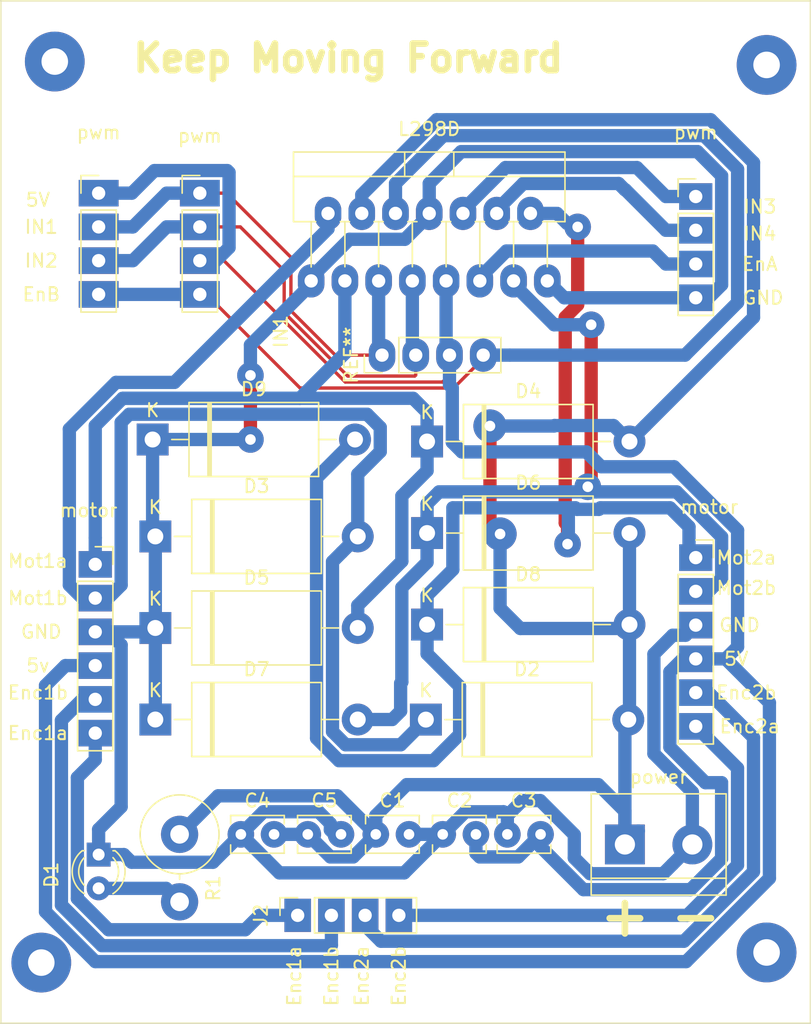
<source format=kicad_pcb>
(kicad_pcb (version 20171130) (host pcbnew "(5.1.2)-2")

  (general
    (thickness 1.6)
    (drawings 38)
    (tracks 332)
    (zones 0)
    (modules 24)
    (nets 19)
  )

  (page A4)
  (layers
    (0 F.Cu signal)
    (31 B.Cu signal)
    (32 B.Adhes user)
    (33 F.Adhes user)
    (34 B.Paste user)
    (35 F.Paste user)
    (36 B.SilkS user)
    (37 F.SilkS user)
    (38 B.Mask user)
    (39 F.Mask user)
    (40 Dwgs.User user)
    (41 Cmts.User user)
    (42 Eco1.User user)
    (43 Eco2.User user)
    (44 Edge.Cuts user)
    (45 Margin user)
    (46 B.CrtYd user)
    (47 F.CrtYd user)
    (48 B.Fab user)
    (49 F.Fab user)
  )

  (setup
    (last_trace_width 1)
    (user_trace_width 0.7)
    (user_trace_width 1)
    (user_trace_width 1.2)
    (trace_clearance 0.2)
    (zone_clearance 0.508)
    (zone_45_only no)
    (trace_min 0.2)
    (via_size 0.8)
    (via_drill 0.4)
    (via_min_size 0.4)
    (via_min_drill 0.3)
    (uvia_size 0.3)
    (uvia_drill 0.1)
    (uvias_allowed no)
    (uvia_min_size 0.2)
    (uvia_min_drill 0.1)
    (edge_width 0.05)
    (segment_width 0.2)
    (pcb_text_width 0.3)
    (pcb_text_size 1.5 1.5)
    (mod_edge_width 0.12)
    (mod_text_size 1 1)
    (mod_text_width 0.15)
    (pad_size 3 2)
    (pad_drill 1)
    (pad_to_mask_clearance 0.051)
    (solder_mask_min_width 0.25)
    (aux_axis_origin 0 0)
    (visible_elements 7FFFEFFF)
    (pcbplotparams
      (layerselection 0x010fc_ffffffff)
      (usegerberextensions false)
      (usegerberattributes false)
      (usegerberadvancedattributes false)
      (creategerberjobfile false)
      (excludeedgelayer true)
      (linewidth 0.100000)
      (plotframeref false)
      (viasonmask false)
      (mode 1)
      (useauxorigin false)
      (hpglpennumber 1)
      (hpglpenspeed 20)
      (hpglpendiameter 15.000000)
      (psnegative false)
      (psa4output false)
      (plotreference true)
      (plotvalue true)
      (plotinvisibletext false)
      (padsonsilk false)
      (subtractmaskfromsilk false)
      (outputformat 3)
      (mirror false)
      (drillshape 0)
      (scaleselection 1)
      (outputdirectory ""))
  )

  (net 0 "")
  (net 1 +12V)
  (net 2 GND)
  (net 3 +5V)
  (net 4 "Net-(D1-Pad2)")
  (net 5 "Net-(D2-Pad1)")
  (net 6 "Net-(D4-Pad1)")
  (net 7 "Net-(D6-Pad1)")
  (net 8 "Net-(D8-Pad1)")
  (net 9 Enc1a)
  (net 10 Enc1b)
  (net 11 Enc2a)
  (net 12 Enc2b)
  (net 13 "Net-(J3-Pad3)")
  (net 14 "Net-(J3-Pad4)")
  (net 15 "Net-(J3-Pad2)")
  (net 16 "Net-(J6-Pad3)")
  (net 17 "Net-(J6-Pad2)")
  (net 18 "Net-(J6-Pad1)")

  (net_class Default "This is the default net class."
    (clearance 0.2)
    (trace_width 0.25)
    (via_dia 0.8)
    (via_drill 0.4)
    (uvia_dia 0.3)
    (uvia_drill 0.1)
    (add_net +12V)
    (add_net +5V)
    (add_net Enc1a)
    (add_net Enc1b)
    (add_net Enc2a)
    (add_net Enc2b)
    (add_net GND)
    (add_net "Net-(D1-Pad2)")
    (add_net "Net-(D2-Pad1)")
    (add_net "Net-(D4-Pad1)")
    (add_net "Net-(D6-Pad1)")
    (add_net "Net-(D8-Pad1)")
    (add_net "Net-(J3-Pad2)")
    (add_net "Net-(J3-Pad3)")
    (add_net "Net-(J3-Pad4)")
    (add_net "Net-(J6-Pad1)")
    (add_net "Net-(J6-Pad2)")
    (add_net "Net-(J6-Pad3)")
  )

  (module Connector_PinHeader_2.54mm:PinHeader_1x04_P2.54mm_Vertical (layer F.Cu) (tedit 5EABE3DE) (tstamp 5EACAE5B)
    (at 94.234 32.004)
    (descr "Through hole straight pin header, 1x04, 2.54mm pitch, single row")
    (tags "Through hole pin header THT 1x04 2.54mm single row")
    (path /5EA2CC3D)
    (fp_text reference pwm (at 0 -4.318) (layer F.SilkS)
      (effects (font (size 1 1) (thickness 0.15)))
    )
    (fp_text value Input (at 0 9.95) (layer F.Fab)
      (effects (font (size 1 1) (thickness 0.15)))
    )
    (fp_text user %R (at 0 3.81 90) (layer F.Fab)
      (effects (font (size 1 1) (thickness 0.15)))
    )
    (fp_line (start 1.8 -1.8) (end -1.8 -1.8) (layer F.CrtYd) (width 0.05))
    (fp_line (start 1.8 9.4) (end 1.8 -1.8) (layer F.CrtYd) (width 0.05))
    (fp_line (start -1.8 9.4) (end 1.8 9.4) (layer F.CrtYd) (width 0.05))
    (fp_line (start -1.8 -1.8) (end -1.8 9.4) (layer F.CrtYd) (width 0.05))
    (fp_line (start -1.33 -1.33) (end 0 -1.33) (layer F.SilkS) (width 0.12))
    (fp_line (start -1.33 0) (end -1.33 -1.33) (layer F.SilkS) (width 0.12))
    (fp_line (start -1.33 1.27) (end 1.33 1.27) (layer F.SilkS) (width 0.12))
    (fp_line (start 1.33 1.27) (end 1.33 8.95) (layer F.SilkS) (width 0.12))
    (fp_line (start -1.33 1.27) (end -1.33 8.95) (layer F.SilkS) (width 0.12))
    (fp_line (start -1.33 8.95) (end 1.33 8.95) (layer F.SilkS) (width 0.12))
    (fp_line (start -1.27 -0.635) (end -0.635 -1.27) (layer F.Fab) (width 0.1))
    (fp_line (start -1.27 8.89) (end -1.27 -0.635) (layer F.Fab) (width 0.1))
    (fp_line (start 1.27 8.89) (end -1.27 8.89) (layer F.Fab) (width 0.1))
    (fp_line (start 1.27 -1.27) (end 1.27 8.89) (layer F.Fab) (width 0.1))
    (fp_line (start -0.635 -1.27) (end 1.27 -1.27) (layer F.Fab) (width 0.1))
    (pad 4 thru_hole rect (at 0 7.62) (size 3 2) (drill 1) (layers *.Cu *.Mask)
      (net 14 "Net-(J3-Pad4)"))
    (pad 3 thru_hole rect (at 0 5.08) (size 3 2) (drill 1) (layers *.Cu *.Mask)
      (net 3 +5V))
    (pad 2 thru_hole rect (at 0 2.54) (size 3 2) (drill 1) (layers *.Cu *.Mask)
      (net 13 "Net-(J3-Pad3)"))
    (pad 1 thru_hole rect (at 0 0) (size 3 2) (drill 1) (layers *.Cu *.Mask)
      (net 15 "Net-(J3-Pad2)"))
    (model "E:/kicad/Thesis/3d insert/smw250-04-2-5-12-4-5-8-7-1.snapshot.2/smw250-04_p2-5_l12-4_w5-8_h7.stp"
      (offset (xyz 0 -4 0))
      (scale (xyz 1 1 1))
      (rotate (xyz -90 0 90))
    )
  )

  (module Connector_PinHeader_2.54mm:PinHeader_1x04_P2.54mm_Vertical (layer F.Cu) (tedit 5EA4B0F1) (tstamp 5EA32F3E)
    (at 107.95 44.196 90)
    (descr "Through hole straight pin header, 1x04, 2.54mm pitch, single row")
    (tags "Through hole pin header THT 1x04 2.54mm single row")
    (fp_text reference REF** (at 0 -2.33 90) (layer F.SilkS)
      (effects (font (size 1 1) (thickness 0.15)))
    )
    (fp_text value PinHeader_1x04_P2.54mm_Vertical (at 0 9.95 90) (layer F.Fab)
      (effects (font (size 1 1) (thickness 0.15)))
    )
    (fp_text user %R (at 0 3.81) (layer F.Fab)
      (effects (font (size 1 1) (thickness 0.15)))
    )
    (fp_line (start 1.8 -1.8) (end -1.8 -1.8) (layer F.CrtYd) (width 0.05))
    (fp_line (start 1.8 9.4) (end 1.8 -1.8) (layer F.CrtYd) (width 0.05))
    (fp_line (start -1.8 9.4) (end 1.8 9.4) (layer F.CrtYd) (width 0.05))
    (fp_line (start -1.8 -1.8) (end -1.8 9.4) (layer F.CrtYd) (width 0.05))
    (fp_line (start -1.33 -1.33) (end 0 -1.33) (layer F.SilkS) (width 0.12))
    (fp_line (start -1.33 0) (end -1.33 -1.33) (layer F.SilkS) (width 0.12))
    (fp_line (start -1.33 1.27) (end 1.33 1.27) (layer F.SilkS) (width 0.12))
    (fp_line (start 1.33 1.27) (end 1.33 8.95) (layer F.SilkS) (width 0.12))
    (fp_line (start -1.33 1.27) (end -1.33 8.95) (layer F.SilkS) (width 0.12))
    (fp_line (start -1.33 8.95) (end 1.33 8.95) (layer F.SilkS) (width 0.12))
    (fp_line (start -1.27 -0.635) (end -0.635 -1.27) (layer F.Fab) (width 0.1))
    (fp_line (start -1.27 8.89) (end -1.27 -0.635) (layer F.Fab) (width 0.1))
    (fp_line (start 1.27 8.89) (end -1.27 8.89) (layer F.Fab) (width 0.1))
    (fp_line (start 1.27 -1.27) (end 1.27 8.89) (layer F.Fab) (width 0.1))
    (fp_line (start -0.635 -1.27) (end 1.27 -1.27) (layer F.Fab) (width 0.1))
    (pad 4 thru_hole oval (at 0 7.62 90) (size 2.5 2) (drill 1) (layers *.Cu *.Mask)
      (net 14 "Net-(J3-Pad4)"))
    (pad 3 thru_hole oval (at 0 5.08 90) (size 2.5 2) (drill 1) (layers *.Cu *.Mask)
      (net 3 +5V))
    (pad 2 thru_hole oval (at 0 2.54 90) (size 2.5 2) (drill 1) (layers *.Cu *.Mask)
      (net 13 "Net-(J3-Pad3)"))
    (pad 1 thru_hole oval (at 0 0 90) (size 2.5 2) (drill 1) (layers *.Cu *.Mask)
      (net 15 "Net-(J3-Pad2)"))
    (model "E:/kicad/Thesis/3d insert/smw250-04-2-5-12-4-5-8-7-1.snapshot.2/smw250-04_p2-5_l12-4_w5-8_h7.stp"
      (offset (xyz 0 -4 0))
      (scale (xyz 1 1 1))
      (rotate (xyz -90 0 90))
    )
  )

  (module Connector_PinHeader_2.54mm:PinHeader_1x04_P2.54mm_Vertical (layer F.Cu) (tedit 59FED5CC) (tstamp 5EA4B59E)
    (at 131.572 32.258)
    (descr "Through hole straight pin header, 1x04, 2.54mm pitch, single row")
    (tags "Through hole pin header THT 1x04 2.54mm single row")
    (path /5EA36D33)
    (fp_text reference pwm (at 0 -4.826) (layer F.SilkS)
      (effects (font (size 1 1) (thickness 0.15)))
    )
    (fp_text value Input (at 0 9.95) (layer F.Fab)
      (effects (font (size 1 1) (thickness 0.15)))
    )
    (fp_text user %R (at 0 3.81 90) (layer F.Fab)
      (effects (font (size 1 1) (thickness 0.15)))
    )
    (fp_line (start 1.8 -1.8) (end -1.8 -1.8) (layer F.CrtYd) (width 0.05))
    (fp_line (start 1.8 9.4) (end 1.8 -1.8) (layer F.CrtYd) (width 0.05))
    (fp_line (start -1.8 9.4) (end 1.8 9.4) (layer F.CrtYd) (width 0.05))
    (fp_line (start -1.8 -1.8) (end -1.8 9.4) (layer F.CrtYd) (width 0.05))
    (fp_line (start -1.33 -1.33) (end 0 -1.33) (layer F.SilkS) (width 0.12))
    (fp_line (start -1.33 0) (end -1.33 -1.33) (layer F.SilkS) (width 0.12))
    (fp_line (start -1.33 1.27) (end 1.33 1.27) (layer F.SilkS) (width 0.12))
    (fp_line (start 1.33 1.27) (end 1.33 8.95) (layer F.SilkS) (width 0.12))
    (fp_line (start -1.33 1.27) (end -1.33 8.95) (layer F.SilkS) (width 0.12))
    (fp_line (start -1.33 8.95) (end 1.33 8.95) (layer F.SilkS) (width 0.12))
    (fp_line (start -1.27 -0.635) (end -0.635 -1.27) (layer F.Fab) (width 0.1))
    (fp_line (start -1.27 8.89) (end -1.27 -0.635) (layer F.Fab) (width 0.1))
    (fp_line (start 1.27 8.89) (end -1.27 8.89) (layer F.Fab) (width 0.1))
    (fp_line (start 1.27 -1.27) (end 1.27 8.89) (layer F.Fab) (width 0.1))
    (fp_line (start -0.635 -1.27) (end 1.27 -1.27) (layer F.Fab) (width 0.1))
    (pad 4 thru_hole rect (at 0 7.62) (size 2.5 2) (drill 1) (layers *.Cu *.Mask)
      (net 2 GND))
    (pad 3 thru_hole rect (at 0 5.08) (size 2.5 2) (drill 1) (layers *.Cu *.Mask)
      (net 16 "Net-(J6-Pad3)"))
    (pad 2 thru_hole rect (at 0 2.54) (size 2.5 2) (drill 1) (layers *.Cu *.Mask)
      (net 17 "Net-(J6-Pad2)"))
    (pad 1 thru_hole rect (at 0 0) (size 2.5 2) (drill 1) (layers *.Cu *.Mask)
      (net 18 "Net-(J6-Pad1)"))
    (model "E:/kicad/Thesis/3d insert/smw250-04-2-5-12-4-5-8-7-1.snapshot.2/smw250-04_p2-5_l12-4_w5-8_h7.stp"
      (offset (xyz 0 -3.9 0))
      (scale (xyz 1 0.9 1))
      (rotate (xyz -90 0 -90))
    )
  )

  (module Package_TO_SOT_THT:TO-220-15_P2.54x2.54mm_StaggerOdd_Lead4.58mm_Vertical (layer F.Cu) (tedit 5EA2B9F7) (tstamp 5EA309D4)
    (at 102.616 38.608)
    (descr "TO-220-15, Vertical, RM 1.27mm, staggered type-1, see http://www.st.com/resource/en/datasheet/l298.pdf")
    (tags "TO-220-15 Vertical RM 1.27mm staggered type-1")
    (path /5EA0043F)
    (fp_text reference L298D (at 8.89 -11.43) (layer F.SilkS)
      (effects (font (size 1 1) (thickness 0.15)))
    )
    (fp_text value L298HN (at 8.89 2.15) (layer F.Fab)
      (effects (font (size 1 1) (thickness 0.15)))
    )
    (fp_line (start -1.21 -9.58) (end -1.21 -4.58) (layer F.Fab) (width 0.1))
    (fp_line (start -1.21 -4.58) (end 18.99 -4.58) (layer F.Fab) (width 0.1))
    (fp_line (start 18.99 -4.58) (end 18.99 -9.58) (layer F.Fab) (width 0.1))
    (fp_line (start 18.99 -9.58) (end -1.21 -9.58) (layer F.Fab) (width 0.1))
    (fp_line (start -1.21 -7.98) (end 18.99 -7.98) (layer F.Fab) (width 0.1))
    (fp_line (start 7.04 -9.58) (end 7.04 -7.98) (layer F.Fab) (width 0.1))
    (fp_line (start 10.74 -9.58) (end 10.74 -7.98) (layer F.Fab) (width 0.1))
    (fp_line (start 0 -4.58) (end 0 0) (layer F.Fab) (width 0.1))
    (fp_line (start 2.54 -4.58) (end 2.54 0) (layer F.Fab) (width 0.1))
    (fp_line (start 5.08 -4.58) (end 5.08 0) (layer F.Fab) (width 0.1))
    (fp_line (start 7.62 -4.58) (end 7.62 0) (layer F.Fab) (width 0.1))
    (fp_line (start 10.16 -4.58) (end 10.16 0) (layer F.Fab) (width 0.1))
    (fp_line (start 12.7 -4.58) (end 12.7 0) (layer F.Fab) (width 0.1))
    (fp_line (start 15.24 -4.58) (end 15.24 0) (layer F.Fab) (width 0.1))
    (fp_line (start 17.78 -4.58) (end 17.78 0) (layer F.Fab) (width 0.1))
    (fp_line (start -1.33 -9.7) (end 19.11 -9.7) (layer F.SilkS) (width 0.12))
    (fp_line (start -1.33 -4.459) (end 0.346 -4.459) (layer F.SilkS) (width 0.12))
    (fp_line (start 2.195 -4.459) (end 2.886 -4.459) (layer F.SilkS) (width 0.12))
    (fp_line (start 4.735 -4.459) (end 5.426 -4.459) (layer F.SilkS) (width 0.12))
    (fp_line (start 7.275 -4.459) (end 7.966 -4.459) (layer F.SilkS) (width 0.12))
    (fp_line (start 9.815 -4.459) (end 10.506 -4.459) (layer F.SilkS) (width 0.12))
    (fp_line (start 12.355 -4.459) (end 13.046 -4.459) (layer F.SilkS) (width 0.12))
    (fp_line (start 14.895 -4.459) (end 15.586 -4.459) (layer F.SilkS) (width 0.12))
    (fp_line (start 17.435 -4.459) (end 19.11 -4.459) (layer F.SilkS) (width 0.12))
    (fp_line (start -1.33 -9.7) (end -1.33 -4.459) (layer F.SilkS) (width 0.12))
    (fp_line (start 19.11 -9.7) (end 19.11 -4.459) (layer F.SilkS) (width 0.12))
    (fp_line (start -1.33 -7.86) (end 19.11 -7.86) (layer F.SilkS) (width 0.12))
    (fp_line (start 7.041 -9.7) (end 7.041 -7.86) (layer F.SilkS) (width 0.12))
    (fp_line (start 10.74 -9.7) (end 10.74 -7.86) (layer F.SilkS) (width 0.12))
    (fp_line (start 0 -4.459) (end 0 -1.05) (layer F.SilkS) (width 0.12))
    (fp_line (start 2.54 -4.459) (end 2.54 -1.065) (layer F.SilkS) (width 0.12))
    (fp_line (start 5.08 -4.459) (end 5.08 -1.065) (layer F.SilkS) (width 0.12))
    (fp_line (start 7.62 -4.459) (end 7.62 -1.065) (layer F.SilkS) (width 0.12))
    (fp_line (start 10.16 -4.459) (end 10.16 -1.065) (layer F.SilkS) (width 0.12))
    (fp_line (start 12.7 -4.459) (end 12.7 -1.065) (layer F.SilkS) (width 0.12))
    (fp_line (start 15.24 -4.459) (end 15.24 -1.065) (layer F.SilkS) (width 0.12))
    (fp_line (start 17.78 -4.459) (end 17.78 -1.065) (layer F.SilkS) (width 0.12))
    (fp_line (start -1.46 -9.83) (end -1.46 1.16) (layer F.CrtYd) (width 0.05))
    (fp_line (start -1.46 1.16) (end 19.25 1.16) (layer F.CrtYd) (width 0.05))
    (fp_line (start 19.25 1.16) (end 19.25 -9.83) (layer F.CrtYd) (width 0.05))
    (fp_line (start 19.25 -9.83) (end -1.46 -9.83) (layer F.CrtYd) (width 0.05))
    (fp_text user %R (at 8.89 -10.7) (layer F.Fab)
      (effects (font (size 1 1) (thickness 0.15)))
    )
    (pad 1 thru_hole oval (at 0 0) (size 2 2.5) (drill 1) (layers *.Cu *.Mask)
      (net 2 GND))
    (pad 2 thru_hole oval (at 1.27 -5.08) (size 2 2.5) (drill 1) (layers *.Cu *.Mask)
      (net 5 "Net-(D2-Pad1)"))
    (pad 3 thru_hole oval (at 2.54 0) (size 2 2.5) (drill 1) (layers *.Cu *.Mask)
      (net 6 "Net-(D4-Pad1)"))
    (pad 4 thru_hole oval (at 3.81 -5.08) (size 2 2.5) (drill 1) (layers *.Cu *.Mask)
      (net 1 +12V))
    (pad 5 thru_hole oval (at 5.08 0) (size 2 2.5) (drill 1) (layers *.Cu *.Mask)
      (net 15 "Net-(J3-Pad2)"))
    (pad 6 thru_hole oval (at 6.35 -5.08) (size 2 2.5) (drill 1) (layers *.Cu *.Mask)
      (net 14 "Net-(J3-Pad4)"))
    (pad 7 thru_hole oval (at 7.62 0) (size 2 2.5) (drill 1) (layers *.Cu *.Mask)
      (net 13 "Net-(J3-Pad3)"))
    (pad 8 thru_hole oval (at 8.89 -5.08) (size 2 2.5) (drill 1) (layers *.Cu *.Mask)
      (net 2 GND))
    (pad 9 thru_hole oval (at 10.16 0) (size 2 2.5) (drill 1) (layers *.Cu *.Mask)
      (net 3 +5V))
    (pad 10 thru_hole oval (at 11.43 -5.08) (size 2 2.5) (drill 1) (layers *.Cu *.Mask)
      (net 18 "Net-(J6-Pad1)"))
    (pad 11 thru_hole oval (at 12.7 0) (size 2 2.5) (drill 1) (layers *.Cu *.Mask)
      (net 16 "Net-(J6-Pad3)"))
    (pad 12 thru_hole oval (at 13.97 -5.08) (size 2 2.5) (drill 1) (layers *.Cu *.Mask)
      (net 17 "Net-(J6-Pad2)"))
    (pad 13 thru_hole oval (at 15.24 0) (size 2 2.5) (drill 1) (layers *.Cu *.Mask)
      (net 7 "Net-(D6-Pad1)"))
    (pad 14 thru_hole oval (at 16.51 -5.08) (size 2 2.5) (drill 1) (layers *.Cu *.Mask)
      (net 8 "Net-(D8-Pad1)"))
    (pad 15 thru_hole oval (at 17.78 0) (size 2 2.5) (drill 1) (layers *.Cu *.Mask)
      (net 2 GND))
    (model ${KISYS3DMOD}/Package_TO_SOT_THT.3dshapes/TO-220-15_P2.54x2.54mm_StaggerOdd_Lead4.58mm_Vertical.wrl
      (offset (xyz 0 0.5 0.5))
      (scale (xyz 1 1 1))
      (rotate (xyz 0 0 0))
    )
    (model "E:/kicad/Thesis/3d insert/l298n-heatsink-1.snapshot.19/STEP/L298N_axisY.step"
      (offset (xyz 9 10 4))
      (scale (xyz 1 0.9 1.4001))
      (rotate (xyz 95 180 -180))
    )
  )

  (module Capacitor_THT:C_Disc_D3.8mm_W2.6mm_P2.50mm (layer F.Cu) (tedit 5AE50EF0) (tstamp 5EA30797)
    (at 107.482 80.264)
    (descr "C, Disc series, Radial, pin pitch=2.50mm, , diameter*width=3.8*2.6mm^2, Capacitor, http://www.vishay.com/docs/45233/krseries.pdf")
    (tags "C Disc series Radial pin pitch 2.50mm  diameter 3.8mm width 2.6mm Capacitor")
    (path /5EA6CDE3)
    (fp_text reference C1 (at 1.25 -2.55) (layer F.SilkS)
      (effects (font (size 1 1) (thickness 0.15)))
    )
    (fp_text value 0.1uF (at 1.25 2.55) (layer F.Fab)
      (effects (font (size 1 1) (thickness 0.15)))
    )
    (fp_text user %R (at 1.25 0) (layer F.Fab)
      (effects (font (size 0.76 0.76) (thickness 0.114)))
    )
    (fp_line (start 3.55 -1.55) (end -1.05 -1.55) (layer F.CrtYd) (width 0.05))
    (fp_line (start 3.55 1.55) (end 3.55 -1.55) (layer F.CrtYd) (width 0.05))
    (fp_line (start -1.05 1.55) (end 3.55 1.55) (layer F.CrtYd) (width 0.05))
    (fp_line (start -1.05 -1.55) (end -1.05 1.55) (layer F.CrtYd) (width 0.05))
    (fp_line (start 3.27 0.795) (end 3.27 1.42) (layer F.SilkS) (width 0.12))
    (fp_line (start 3.27 -1.42) (end 3.27 -0.795) (layer F.SilkS) (width 0.12))
    (fp_line (start -0.77 0.795) (end -0.77 1.42) (layer F.SilkS) (width 0.12))
    (fp_line (start -0.77 -1.42) (end -0.77 -0.795) (layer F.SilkS) (width 0.12))
    (fp_line (start -0.77 1.42) (end 3.27 1.42) (layer F.SilkS) (width 0.12))
    (fp_line (start -0.77 -1.42) (end 3.27 -1.42) (layer F.SilkS) (width 0.12))
    (fp_line (start 3.15 -1.3) (end -0.65 -1.3) (layer F.Fab) (width 0.1))
    (fp_line (start 3.15 1.3) (end 3.15 -1.3) (layer F.Fab) (width 0.1))
    (fp_line (start -0.65 1.3) (end 3.15 1.3) (layer F.Fab) (width 0.1))
    (fp_line (start -0.65 -1.3) (end -0.65 1.3) (layer F.Fab) (width 0.1))
    (pad 2 thru_hole circle (at 2.5 0) (size 2 2) (drill 0.8) (layers *.Cu *.Mask)
      (net 2 GND))
    (pad 1 thru_hole circle (at 0 0) (size 2 2) (drill 0.8) (layers *.Cu *.Mask)
      (net 1 +12V))
    (model ${KISYS3DMOD}/Capacitor_THT.3dshapes/C_Disc_D3.8mm_W2.6mm_P2.50mm.wrl
      (at (xyz 0 0 0))
      (scale (xyz 1 1 1))
      (rotate (xyz 0 0 0))
    )
  )

  (module Capacitor_THT:C_Disc_D3.8mm_W2.6mm_P2.50mm (layer F.Cu) (tedit 5AE50EF0) (tstamp 5EA307AC)
    (at 115.022 80.264 180)
    (descr "C, Disc series, Radial, pin pitch=2.50mm, , diameter*width=3.8*2.6mm^2, Capacitor, http://www.vishay.com/docs/45233/krseries.pdf")
    (tags "C Disc series Radial pin pitch 2.50mm  diameter 3.8mm width 2.6mm Capacitor")
    (path /5EA021C0)
    (fp_text reference C2 (at 1.23 2.54) (layer F.SilkS)
      (effects (font (size 1 1) (thickness 0.15)))
    )
    (fp_text value 0.1uF (at 1.25 2.55) (layer F.Fab)
      (effects (font (size 1 1) (thickness 0.15)))
    )
    (fp_text user %R (at 1.25 0) (layer F.Fab)
      (effects (font (size 0.76 0.76) (thickness 0.114)))
    )
    (fp_line (start 3.55 -1.55) (end -1.05 -1.55) (layer F.CrtYd) (width 0.05))
    (fp_line (start 3.55 1.55) (end 3.55 -1.55) (layer F.CrtYd) (width 0.05))
    (fp_line (start -1.05 1.55) (end 3.55 1.55) (layer F.CrtYd) (width 0.05))
    (fp_line (start -1.05 -1.55) (end -1.05 1.55) (layer F.CrtYd) (width 0.05))
    (fp_line (start 3.27 0.795) (end 3.27 1.42) (layer F.SilkS) (width 0.12))
    (fp_line (start 3.27 -1.42) (end 3.27 -0.795) (layer F.SilkS) (width 0.12))
    (fp_line (start -0.77 0.795) (end -0.77 1.42) (layer F.SilkS) (width 0.12))
    (fp_line (start -0.77 -1.42) (end -0.77 -0.795) (layer F.SilkS) (width 0.12))
    (fp_line (start -0.77 1.42) (end 3.27 1.42) (layer F.SilkS) (width 0.12))
    (fp_line (start -0.77 -1.42) (end 3.27 -1.42) (layer F.SilkS) (width 0.12))
    (fp_line (start 3.15 -1.3) (end -0.65 -1.3) (layer F.Fab) (width 0.1))
    (fp_line (start 3.15 1.3) (end 3.15 -1.3) (layer F.Fab) (width 0.1))
    (fp_line (start -0.65 1.3) (end 3.15 1.3) (layer F.Fab) (width 0.1))
    (fp_line (start -0.65 -1.3) (end -0.65 1.3) (layer F.Fab) (width 0.1))
    (pad 2 thru_hole circle (at 2.5 0 180) (size 2 2) (drill 0.8) (layers *.Cu *.Mask)
      (net 2 GND))
    (pad 1 thru_hole circle (at 0 0 180) (size 2 2) (drill 0.8) (layers *.Cu *.Mask)
      (net 3 +5V))
    (model ${KISYS3DMOD}/Capacitor_THT.3dshapes/C_Disc_D3.8mm_W2.6mm_P2.50mm.wrl
      (at (xyz 0 0 0))
      (scale (xyz 1 1 1))
      (rotate (xyz 0 0 0))
    )
  )

  (module Capacitor_THT:C_Disc_D3.8mm_W2.6mm_P2.50mm (layer F.Cu) (tedit 5EA2B540) (tstamp 5EA307C1)
    (at 119.888 80.264 180)
    (descr "C, Disc series, Radial, pin pitch=2.50mm, , diameter*width=3.8*2.6mm^2, Capacitor, http://www.vishay.com/docs/45233/krseries.pdf")
    (tags "C Disc series Radial pin pitch 2.50mm  diameter 3.8mm width 2.6mm Capacitor")
    (path /5EA01961)
    (fp_text reference C3 (at 1.27 2.54) (layer F.SilkS)
      (effects (font (size 1 1) (thickness 0.15)))
    )
    (fp_text value 100uF (at 1.25 2.55) (layer F.Fab)
      (effects (font (size 1 1) (thickness 0.15)))
    )
    (fp_line (start -0.65 -1.3) (end -0.65 1.3) (layer F.Fab) (width 0.1))
    (fp_line (start -0.65 1.3) (end 3.15 1.3) (layer F.Fab) (width 0.1))
    (fp_line (start 3.15 1.3) (end 3.15 -1.3) (layer F.Fab) (width 0.1))
    (fp_line (start 3.15 -1.3) (end -0.65 -1.3) (layer F.Fab) (width 0.1))
    (fp_line (start -0.77 -1.42) (end 3.27 -1.42) (layer F.SilkS) (width 0.12))
    (fp_line (start -0.77 1.42) (end 3.27 1.42) (layer F.SilkS) (width 0.12))
    (fp_line (start -0.77 -1.42) (end -0.77 -0.795) (layer F.SilkS) (width 0.12))
    (fp_line (start -0.77 0.795) (end -0.77 1.42) (layer F.SilkS) (width 0.12))
    (fp_line (start 3.27 -1.42) (end 3.27 -0.795) (layer F.SilkS) (width 0.12))
    (fp_line (start 3.27 0.795) (end 3.27 1.42) (layer F.SilkS) (width 0.12))
    (fp_line (start -1.05 -1.55) (end -1.05 1.55) (layer F.CrtYd) (width 0.05))
    (fp_line (start -1.05 1.55) (end 3.55 1.55) (layer F.CrtYd) (width 0.05))
    (fp_line (start 3.55 1.55) (end 3.55 -1.55) (layer F.CrtYd) (width 0.05))
    (fp_line (start 3.55 -1.55) (end -1.05 -1.55) (layer F.CrtYd) (width 0.05))
    (fp_text user %R (at 1.25 0) (layer F.Fab)
      (effects (font (size 0.76 0.76) (thickness 0.114)))
    )
    (pad 1 thru_hole circle (at 0 0 180) (size 2 2) (drill 0.8) (layers *.Cu *.Mask)
      (net 3 +5V))
    (pad 2 thru_hole circle (at 2.5 0 180) (size 2 2) (drill 0.8) (layers *.Cu *.Mask)
      (net 2 GND))
    (model ${KISYS3DMOD}/Capacitor_THT.3dshapes/C_Disc_D3.8mm_W2.6mm_P2.50mm.wrl
      (at (xyz 0 0 0))
      (scale (xyz 1 1 1))
      (rotate (xyz 0 0 0))
    )
  )

  (module Capacitor_THT:C_Disc_D3.8mm_W2.6mm_P2.50mm (layer F.Cu) (tedit 5AE50EF0) (tstamp 5EA307D6)
    (at 99.822 80.264 180)
    (descr "C, Disc series, Radial, pin pitch=2.50mm, , diameter*width=3.8*2.6mm^2, Capacitor, http://www.vishay.com/docs/45233/krseries.pdf")
    (tags "C Disc series Radial pin pitch 2.50mm  diameter 3.8mm width 2.6mm Capacitor")
    (path /5EA0DB48)
    (fp_text reference C4 (at 1.25 2.54) (layer F.SilkS)
      (effects (font (size 1 1) (thickness 0.15)))
    )
    (fp_text value 100uF (at 1.25 2.55) (layer F.Fab)
      (effects (font (size 1 1) (thickness 0.15)))
    )
    (fp_line (start -0.65 -1.3) (end -0.65 1.3) (layer F.Fab) (width 0.1))
    (fp_line (start -0.65 1.3) (end 3.15 1.3) (layer F.Fab) (width 0.1))
    (fp_line (start 3.15 1.3) (end 3.15 -1.3) (layer F.Fab) (width 0.1))
    (fp_line (start 3.15 -1.3) (end -0.65 -1.3) (layer F.Fab) (width 0.1))
    (fp_line (start -0.77 -1.42) (end 3.27 -1.42) (layer F.SilkS) (width 0.12))
    (fp_line (start -0.77 1.42) (end 3.27 1.42) (layer F.SilkS) (width 0.12))
    (fp_line (start -0.77 -1.42) (end -0.77 -0.795) (layer F.SilkS) (width 0.12))
    (fp_line (start -0.77 0.795) (end -0.77 1.42) (layer F.SilkS) (width 0.12))
    (fp_line (start 3.27 -1.42) (end 3.27 -0.795) (layer F.SilkS) (width 0.12))
    (fp_line (start 3.27 0.795) (end 3.27 1.42) (layer F.SilkS) (width 0.12))
    (fp_line (start -1.05 -1.55) (end -1.05 1.55) (layer F.CrtYd) (width 0.05))
    (fp_line (start -1.05 1.55) (end 3.55 1.55) (layer F.CrtYd) (width 0.05))
    (fp_line (start 3.55 1.55) (end 3.55 -1.55) (layer F.CrtYd) (width 0.05))
    (fp_line (start 3.55 -1.55) (end -1.05 -1.55) (layer F.CrtYd) (width 0.05))
    (fp_text user %R (at 1.25 0) (layer F.Fab)
      (effects (font (size 0.76 0.76) (thickness 0.114)))
    )
    (pad 1 thru_hole circle (at 0 0 180) (size 2 2) (drill 0.8) (layers *.Cu *.Mask)
      (net 1 +12V))
    (pad 2 thru_hole circle (at 2.5 0 180) (size 2 2) (drill 0.8) (layers *.Cu *.Mask)
      (net 2 GND))
    (model ${KISYS3DMOD}/Capacitor_THT.3dshapes/C_Disc_D3.8mm_W2.6mm_P2.50mm.wrl
      (at (xyz 0 0 0))
      (scale (xyz 1 1 1))
      (rotate (xyz 0 0 0))
    )
  )

  (module Capacitor_THT:C_Disc_D3.8mm_W2.6mm_P2.50mm (layer F.Cu) (tedit 5AE50EF0) (tstamp 5EA307EB)
    (at 102.362 80.264)
    (descr "C, Disc series, Radial, pin pitch=2.50mm, , diameter*width=3.8*2.6mm^2, Capacitor, http://www.vishay.com/docs/45233/krseries.pdf")
    (tags "C Disc series Radial pin pitch 2.50mm  diameter 3.8mm width 2.6mm Capacitor")
    (path /5EA0E6E4)
    (fp_text reference C5 (at 1.25 -2.55) (layer F.SilkS)
      (effects (font (size 1 1) (thickness 0.15)))
    )
    (fp_text value 100uF (at 1.25 2.55) (layer F.Fab)
      (effects (font (size 1 1) (thickness 0.15)))
    )
    (fp_line (start -0.65 -1.3) (end -0.65 1.3) (layer F.Fab) (width 0.1))
    (fp_line (start -0.65 1.3) (end 3.15 1.3) (layer F.Fab) (width 0.1))
    (fp_line (start 3.15 1.3) (end 3.15 -1.3) (layer F.Fab) (width 0.1))
    (fp_line (start 3.15 -1.3) (end -0.65 -1.3) (layer F.Fab) (width 0.1))
    (fp_line (start -0.77 -1.42) (end 3.27 -1.42) (layer F.SilkS) (width 0.12))
    (fp_line (start -0.77 1.42) (end 3.27 1.42) (layer F.SilkS) (width 0.12))
    (fp_line (start -0.77 -1.42) (end -0.77 -0.795) (layer F.SilkS) (width 0.12))
    (fp_line (start -0.77 0.795) (end -0.77 1.42) (layer F.SilkS) (width 0.12))
    (fp_line (start 3.27 -1.42) (end 3.27 -0.795) (layer F.SilkS) (width 0.12))
    (fp_line (start 3.27 0.795) (end 3.27 1.42) (layer F.SilkS) (width 0.12))
    (fp_line (start -1.05 -1.55) (end -1.05 1.55) (layer F.CrtYd) (width 0.05))
    (fp_line (start -1.05 1.55) (end 3.55 1.55) (layer F.CrtYd) (width 0.05))
    (fp_line (start 3.55 1.55) (end 3.55 -1.55) (layer F.CrtYd) (width 0.05))
    (fp_line (start 3.55 -1.55) (end -1.05 -1.55) (layer F.CrtYd) (width 0.05))
    (fp_text user %R (at 2.640999 0.162999) (layer F.Fab)
      (effects (font (size 0.76 0.76) (thickness 0.114)))
    )
    (pad 1 thru_hole circle (at 0 0) (size 2 2) (drill 0.8) (layers *.Cu *.Mask)
      (net 1 +12V))
    (pad 2 thru_hole circle (at 2.5 0) (size 2 2) (drill 0.8) (layers *.Cu *.Mask)
      (net 2 GND))
    (model ${KISYS3DMOD}/Capacitor_THT.3dshapes/C_Disc_D3.8mm_W2.6mm_P2.50mm.wrl
      (at (xyz 0 0 0))
      (scale (xyz 1 1 1))
      (rotate (xyz 0 0 0))
    )
  )

  (module LED_THT:LED_D3.0mm_Clear (layer F.Cu) (tedit 5A6C9BC0) (tstamp 5EA307FF)
    (at 86.614 81.788 270)
    (descr "IR-LED, diameter 3.0mm, 2 pins, color: clear")
    (tags "IR infrared LED diameter 3.0mm 2 pins clear")
    (path /5EA77BFA)
    (fp_text reference D1 (at 1.524 3.556 90) (layer F.SilkS)
      (effects (font (size 1 1) (thickness 0.15)))
    )
    (fp_text value LED (at 1.27 2.96 90) (layer F.Fab)
      (effects (font (size 1 1) (thickness 0.15)))
    )
    (fp_text user %R (at 1.47 0 90) (layer F.Fab)
      (effects (font (size 0.8 0.8) (thickness 0.12)))
    )
    (fp_line (start -0.23 -1.16619) (end -0.23 1.16619) (layer F.Fab) (width 0.1))
    (fp_line (start -0.29 -1.236) (end -0.29 -1.08) (layer F.SilkS) (width 0.12))
    (fp_line (start -0.29 1.08) (end -0.29 1.236) (layer F.SilkS) (width 0.12))
    (fp_line (start -1.15 -2.25) (end -1.15 2.25) (layer F.CrtYd) (width 0.05))
    (fp_line (start -1.15 2.25) (end 3.7 2.25) (layer F.CrtYd) (width 0.05))
    (fp_line (start 3.7 2.25) (end 3.7 -2.25) (layer F.CrtYd) (width 0.05))
    (fp_line (start 3.7 -2.25) (end -1.15 -2.25) (layer F.CrtYd) (width 0.05))
    (fp_circle (center 1.27 0) (end 2.77 0) (layer F.Fab) (width 0.1))
    (fp_arc (start 1.27 0) (end -0.23 -1.16619) (angle 284.3) (layer F.Fab) (width 0.1))
    (fp_arc (start 1.27 0) (end -0.29 -1.235516) (angle 108.8) (layer F.SilkS) (width 0.12))
    (fp_arc (start 1.27 0) (end -0.29 1.235516) (angle -108.8) (layer F.SilkS) (width 0.12))
    (fp_arc (start 1.27 0) (end 0.229039 -1.08) (angle 87.9) (layer F.SilkS) (width 0.12))
    (fp_arc (start 1.27 0) (end 0.229039 1.08) (angle -87.9) (layer F.SilkS) (width 0.12))
    (pad 1 thru_hole rect (at 0 0 270) (size 1.8 1.8) (drill 0.9) (layers *.Cu *.Mask)
      (net 2 GND))
    (pad 2 thru_hole circle (at 2.54 0 270) (size 1.8 1.8) (drill 0.9) (layers *.Cu *.Mask)
      (net 4 "Net-(D1-Pad2)"))
    (model ${KISYS3DMOD}/LED_THT.3dshapes/LED_D3.0mm_Clear.wrl
      (at (xyz 0 0 0))
      (scale (xyz 1 1 1))
      (rotate (xyz 0 0 0))
    )
  )

  (module TerminalBlock:TerminalBlock_bornier-2_P5.08mm (layer F.Cu) (tedit 59FF03AB) (tstamp 5EA3090C)
    (at 126.238 81.026)
    (descr "simple 2-pin terminal block, pitch 5.08mm, revamped version of bornier2")
    (tags "terminal block bornier2")
    (path /5EA637C7)
    (fp_text reference power (at 2.54 -5.08) (layer F.SilkS)
      (effects (font (size 1 1) (thickness 0.15)))
    )
    (fp_text value power (at 2.54 5.08) (layer F.Fab)
      (effects (font (size 1 1) (thickness 0.15)))
    )
    (fp_text user %R (at 2.54 0) (layer F.Fab)
      (effects (font (size 1 1) (thickness 0.15)))
    )
    (fp_line (start -2.41 2.55) (end 7.49 2.55) (layer F.Fab) (width 0.1))
    (fp_line (start -2.46 -3.75) (end -2.46 3.75) (layer F.Fab) (width 0.1))
    (fp_line (start -2.46 3.75) (end 7.54 3.75) (layer F.Fab) (width 0.1))
    (fp_line (start 7.54 3.75) (end 7.54 -3.75) (layer F.Fab) (width 0.1))
    (fp_line (start 7.54 -3.75) (end -2.46 -3.75) (layer F.Fab) (width 0.1))
    (fp_line (start 7.62 2.54) (end -2.54 2.54) (layer F.SilkS) (width 0.12))
    (fp_line (start 7.62 3.81) (end 7.62 -3.81) (layer F.SilkS) (width 0.12))
    (fp_line (start 7.62 -3.81) (end -2.54 -3.81) (layer F.SilkS) (width 0.12))
    (fp_line (start -2.54 -3.81) (end -2.54 3.81) (layer F.SilkS) (width 0.12))
    (fp_line (start -2.54 3.81) (end 7.62 3.81) (layer F.SilkS) (width 0.12))
    (fp_line (start -2.71 -4) (end 7.79 -4) (layer F.CrtYd) (width 0.05))
    (fp_line (start -2.71 -4) (end -2.71 4) (layer F.CrtYd) (width 0.05))
    (fp_line (start 7.79 4) (end 7.79 -4) (layer F.CrtYd) (width 0.05))
    (fp_line (start 7.79 4) (end -2.71 4) (layer F.CrtYd) (width 0.05))
    (pad 1 thru_hole rect (at 0 0) (size 3 3) (drill 1.52) (layers *.Cu *.Mask)
      (net 1 +12V))
    (pad 2 thru_hole circle (at 5.08 0) (size 3 3) (drill 1.52) (layers *.Cu *.Mask)
      (net 2 GND))
    (model "E:/kicad/Thesis/3d insert/tb5p-2p-5-10-7-6-10-1.snapshot.2/tb5p-2p_p5_l10_w7-6_h10.stp"
      (offset (xyz 2.5 0 5))
      (scale (xyz 1 1 1))
      (rotate (xyz -90 0 0))
    )
  )

  (module Connector_PinSocket_2.54mm:PinSocket_1x04_P2.54mm_Vertical (layer F.Cu) (tedit 5A19A429) (tstamp 5EA30924)
    (at 101.6 86.36 90)
    (descr "Through hole straight socket strip, 1x04, 2.54mm pitch, single row (from Kicad 4.0.7), script generated")
    (tags "Through hole socket strip THT 1x04 2.54mm single row")
    (path /5EA596F9)
    (fp_text reference J2 (at 0 -2.77 90) (layer F.SilkS)
      (effects (font (size 1 1) (thickness 0.15)))
    )
    (fp_text value Encoder (at 0 10.39 90) (layer F.Fab)
      (effects (font (size 1 1) (thickness 0.15)))
    )
    (fp_line (start -1.27 -1.27) (end 0.635 -1.27) (layer F.Fab) (width 0.1))
    (fp_line (start 0.635 -1.27) (end 1.27 -0.635) (layer F.Fab) (width 0.1))
    (fp_line (start 1.27 -0.635) (end 1.27 8.89) (layer F.Fab) (width 0.1))
    (fp_line (start 1.27 8.89) (end -1.27 8.89) (layer F.Fab) (width 0.1))
    (fp_line (start -1.27 8.89) (end -1.27 -1.27) (layer F.Fab) (width 0.1))
    (fp_line (start -1.33 1.27) (end 1.33 1.27) (layer F.SilkS) (width 0.12))
    (fp_line (start -1.33 1.27) (end -1.33 8.95) (layer F.SilkS) (width 0.12))
    (fp_line (start -1.33 8.95) (end 1.33 8.95) (layer F.SilkS) (width 0.12))
    (fp_line (start 1.33 1.27) (end 1.33 8.95) (layer F.SilkS) (width 0.12))
    (fp_line (start 1.33 -1.33) (end 1.33 0) (layer F.SilkS) (width 0.12))
    (fp_line (start 0 -1.33) (end 1.33 -1.33) (layer F.SilkS) (width 0.12))
    (fp_line (start -1.8 -1.8) (end 1.75 -1.8) (layer F.CrtYd) (width 0.05))
    (fp_line (start 1.75 -1.8) (end 1.75 9.4) (layer F.CrtYd) (width 0.05))
    (fp_line (start 1.75 9.4) (end -1.8 9.4) (layer F.CrtYd) (width 0.05))
    (fp_line (start -1.8 9.4) (end -1.8 -1.8) (layer F.CrtYd) (width 0.05))
    (fp_text user %R (at 0 3.81) (layer F.Fab)
      (effects (font (size 1 1) (thickness 0.15)))
    )
    (pad 1 thru_hole rect (at 0 0 90) (size 2.5 2) (drill 1) (layers *.Cu *.Mask)
      (net 9 Enc1a))
    (pad 2 thru_hole rect (at 0 2.54 90) (size 2.5 2) (drill 1) (layers *.Cu *.Mask)
      (net 10 Enc1b))
    (pad 3 thru_hole rect (at 0 5.08 90) (size 2.5 2) (drill 1) (layers *.Cu *.Mask)
      (net 12 Enc2b))
    (pad 4 thru_hole rect (at 0 7.62 90) (size 2.5 2) (drill 1) (layers *.Cu *.Mask)
      (net 11 Enc2a))
    (model "E:/kicad/Thesis/3d insert/smw250-04-2-5-12-4-5-8-7-1.snapshot.2/smw250-04_p2-5_l12-4_w5-8_h7.stp"
      (offset (xyz 0 -4 0))
      (scale (xyz 1.1 1 1.1))
      (rotate (xyz -90 0 90))
    )
  )

  (module Connector_PinSocket_2.54mm:PinSocket_1x06_P2.54mm_Vertical (layer F.Cu) (tedit 5A19A430) (tstamp 5EA30956)
    (at 86.36 59.944)
    (descr "Through hole straight socket strip, 1x06, 2.54mm pitch, single row (from Kicad 4.0.7), script generated")
    (tags "Through hole socket strip THT 1x06 2.54mm single row")
    (path /5EA31DB6)
    (fp_text reference motor (at -0.508 -4.064) (layer F.SilkS)
      (effects (font (size 1 1) (thickness 0.15)))
    )
    (fp_text value Motor1 (at 0 15.47) (layer F.Fab)
      (effects (font (size 1 1) (thickness 0.15)))
    )
    (fp_line (start -1.27 -1.27) (end 0.635 -1.27) (layer F.Fab) (width 0.1))
    (fp_line (start 0.635 -1.27) (end 1.27 -0.635) (layer F.Fab) (width 0.1))
    (fp_line (start 1.27 -0.635) (end 1.27 13.97) (layer F.Fab) (width 0.1))
    (fp_line (start 1.27 13.97) (end -1.27 13.97) (layer F.Fab) (width 0.1))
    (fp_line (start -1.27 13.97) (end -1.27 -1.27) (layer F.Fab) (width 0.1))
    (fp_line (start -1.33 1.27) (end 1.33 1.27) (layer F.SilkS) (width 0.12))
    (fp_line (start -1.33 1.27) (end -1.33 14.03) (layer F.SilkS) (width 0.12))
    (fp_line (start -1.33 14.03) (end 1.33 14.03) (layer F.SilkS) (width 0.12))
    (fp_line (start 1.33 1.27) (end 1.33 14.03) (layer F.SilkS) (width 0.12))
    (fp_line (start 1.33 -1.33) (end 1.33 0) (layer F.SilkS) (width 0.12))
    (fp_line (start 0 -1.33) (end 1.33 -1.33) (layer F.SilkS) (width 0.12))
    (fp_line (start -1.8 -1.8) (end 1.75 -1.8) (layer F.CrtYd) (width 0.05))
    (fp_line (start 1.75 -1.8) (end 1.75 14.45) (layer F.CrtYd) (width 0.05))
    (fp_line (start 1.75 14.45) (end -1.8 14.45) (layer F.CrtYd) (width 0.05))
    (fp_line (start -1.8 14.45) (end -1.8 -1.8) (layer F.CrtYd) (width 0.05))
    (fp_text user %R (at 0 6.35 90) (layer F.Fab)
      (effects (font (size 1 1) (thickness 0.15)))
    )
    (pad 1 thru_hole rect (at 0 0) (size 2.5 2) (drill 1) (layers *.Cu *.Mask)
      (net 6 "Net-(D4-Pad1)"))
    (pad 2 thru_hole rect (at 0 2.54) (size 2.5 2) (drill 1) (layers *.Cu *.Mask)
      (net 5 "Net-(D2-Pad1)"))
    (pad 3 thru_hole rect (at 0 5.08) (size 2.5 2) (drill 1) (layers *.Cu *.Mask)
      (net 2 GND))
    (pad 4 thru_hole rect (at 0 7.62) (size 2.5 2) (drill 1) (layers *.Cu *.Mask)
      (net 3 +5V))
    (pad 5 thru_hole rect (at 0 10.16) (size 2.5 2) (drill 1) (layers *.Cu *.Mask)
      (net 10 Enc1b))
    (pad 6 thru_hole rect (at 0 12.7) (size 2.5 2) (drill 1) (layers *.Cu *.Mask)
      (net 9 Enc1a))
    (model ${KISYS3DMOD}/Connector_PinSocket_2.54mm.3dshapes/PinSocket_1x06_P2.54mm_Vertical.wrl
      (at (xyz 0 0 0))
      (scale (xyz 1 1 1))
      (rotate (xyz 0 0 0))
    )
  )

  (module Connector_PinSocket_2.54mm:PinSocket_1x06_P2.54mm_Vertical (layer F.Cu) (tedit 5EA2B9A6) (tstamp 5EA30970)
    (at 131.572 59.436)
    (descr "Through hole straight socket strip, 1x06, 2.54mm pitch, single row (from Kicad 4.0.7), script generated")
    (tags "Through hole socket strip THT 1x06 2.54mm single row")
    (path /5EA328A1)
    (fp_text reference motor (at 1.016 -3.81) (layer F.SilkS)
      (effects (font (size 1 1) (thickness 0.15)))
    )
    (fp_text value Motor2 (at 0 15.47) (layer F.Fab)
      (effects (font (size 1 1) (thickness 0.15)))
    )
    (fp_text user %R (at 0 6.35 90) (layer F.Fab)
      (effects (font (size 1 1) (thickness 0.15)))
    )
    (fp_line (start -1.8 14.45) (end -1.8 -1.8) (layer F.CrtYd) (width 0.05))
    (fp_line (start 1.75 14.45) (end -1.8 14.45) (layer F.CrtYd) (width 0.05))
    (fp_line (start 1.75 -1.8) (end 1.75 14.45) (layer F.CrtYd) (width 0.05))
    (fp_line (start -1.8 -1.8) (end 1.75 -1.8) (layer F.CrtYd) (width 0.05))
    (fp_line (start 0 -1.33) (end 1.33 -1.33) (layer F.SilkS) (width 0.12))
    (fp_line (start 1.33 -1.33) (end 1.33 0) (layer F.SilkS) (width 0.12))
    (fp_line (start 1.33 1.27) (end 1.33 14.03) (layer F.SilkS) (width 0.12))
    (fp_line (start -1.33 14.03) (end 1.33 14.03) (layer F.SilkS) (width 0.12))
    (fp_line (start -1.33 1.27) (end -1.33 14.03) (layer F.SilkS) (width 0.12))
    (fp_line (start -1.33 1.27) (end 1.33 1.27) (layer F.SilkS) (width 0.12))
    (fp_line (start -1.27 13.97) (end -1.27 -1.27) (layer F.Fab) (width 0.1))
    (fp_line (start 1.27 13.97) (end -1.27 13.97) (layer F.Fab) (width 0.1))
    (fp_line (start 1.27 -0.635) (end 1.27 13.97) (layer F.Fab) (width 0.1))
    (fp_line (start 0.635 -1.27) (end 1.27 -0.635) (layer F.Fab) (width 0.1))
    (fp_line (start -1.27 -1.27) (end 0.635 -1.27) (layer F.Fab) (width 0.1))
    (pad 6 thru_hole rect (at 0 12.7) (size 2.5 2) (drill 1) (layers *.Cu *.Mask)
      (net 11 Enc2a))
    (pad 5 thru_hole rect (at 0 10.16) (size 2.5 2) (drill 1) (layers *.Cu *.Mask)
      (net 12 Enc2b))
    (pad 4 thru_hole rect (at 0 7.62) (size 2.5 2) (drill 1) (layers *.Cu *.Mask)
      (net 3 +5V))
    (pad 3 thru_hole rect (at 0 5.08) (size 2.5 2) (drill 1) (layers *.Cu *.Mask)
      (net 2 GND))
    (pad 2 thru_hole rect (at 0 2.54) (size 2.5 2) (drill 1) (layers *.Cu *.Mask)
      (net 7 "Net-(D6-Pad1)"))
    (pad 1 thru_hole rect (at 0 0) (size 2.5 2) (drill 1) (layers *.Cu *.Mask)
      (net 8 "Net-(D8-Pad1)"))
    (model ${KISYS3DMOD}/Connector_PinSocket_2.54mm.3dshapes/PinSocket_1x06_P2.54mm_Vertical.wrl
      (at (xyz 0 0 0))
      (scale (xyz 1 1 1))
      (rotate (xyz 0 0 0))
    )
  )

  (module Resistor_THT:R_Axial_DIN0614_L14.3mm_D5.7mm_P5.08mm_Vertical (layer F.Cu) (tedit 5AE5139B) (tstamp 5EA30997)
    (at 92.71 80.264 270)
    (descr "Resistor, Axial_DIN0614 series, Axial, Vertical, pin pitch=5.08mm, 1.5W, length*diameter=14.3*5.7mm^2")
    (tags "Resistor Axial_DIN0614 series Axial Vertical pin pitch 5.08mm 1.5W length 14.3mm diameter 5.7mm")
    (path /5EA7446F)
    (fp_text reference R1 (at 4.064 -2.54 90) (layer F.SilkS)
      (effects (font (size 1 1) (thickness 0.15)))
    )
    (fp_text value 1K (at 2.54 3.97 90) (layer F.Fab)
      (effects (font (size 1 1) (thickness 0.15)))
    )
    (fp_circle (center 0 0) (end 2.85 0) (layer F.Fab) (width 0.1))
    (fp_circle (center 0 0) (end 2.97 0) (layer F.SilkS) (width 0.12))
    (fp_line (start 0 0) (end 5.08 0) (layer F.Fab) (width 0.1))
    (fp_line (start 2.97 0) (end 3.38 0) (layer F.SilkS) (width 0.12))
    (fp_line (start -3.1 -3.1) (end -3.1 3.1) (layer F.CrtYd) (width 0.05))
    (fp_line (start -3.1 3.1) (end 6.73 3.1) (layer F.CrtYd) (width 0.05))
    (fp_line (start 6.73 3.1) (end 6.73 -3.1) (layer F.CrtYd) (width 0.05))
    (fp_line (start 6.73 -3.1) (end -3.1 -3.1) (layer F.CrtYd) (width 0.05))
    (fp_text user %R (at 2.54 -3.97 90) (layer F.Fab)
      (effects (font (size 1 1) (thickness 0.15)))
    )
    (pad 1 thru_hole circle (at 0 0 270) (size 2.8 2.8) (drill 1.4) (layers *.Cu *.Mask)
      (net 1 +12V))
    (pad 2 thru_hole oval (at 5.08 0 270) (size 2.8 2.8) (drill 1.4) (layers *.Cu *.Mask)
      (net 4 "Net-(D1-Pad2)"))
    (model ${KISYS3DMOD}/Resistor_THT.3dshapes/R_Axial_DIN0614_L14.3mm_D5.7mm_P5.08mm_Vertical.wrl
      (at (xyz 0 0 0))
      (scale (xyz 1 1 1))
      (rotate (xyz 0 0 0))
    )
  )

  (module Connector_PinHeader_2.54mm:PinHeader_1x04_P2.54mm_Vertical (layer F.Cu) (tedit 5EA4B3E5) (tstamp 5EA4B586)
    (at 86.614 32.004)
    (descr "Through hole straight pin header, 1x04, 2.54mm pitch, single row")
    (tags "Through hole pin header THT 1x04 2.54mm single row")
    (path /5EA2CC3D)
    (fp_text reference pwm (at 0 -4.572) (layer F.SilkS)
      (effects (font (size 1 1) (thickness 0.15)))
    )
    (fp_text value Input (at 0 9.95) (layer F.Fab)
      (effects (font (size 1 1) (thickness 0.15)))
    )
    (fp_line (start -0.635 -1.27) (end 1.27 -1.27) (layer F.Fab) (width 0.1))
    (fp_line (start 1.27 -1.27) (end 1.27 8.89) (layer F.Fab) (width 0.1))
    (fp_line (start 1.27 8.89) (end -1.27 8.89) (layer F.Fab) (width 0.1))
    (fp_line (start -1.27 8.89) (end -1.27 -0.635) (layer F.Fab) (width 0.1))
    (fp_line (start -1.27 -0.635) (end -0.635 -1.27) (layer F.Fab) (width 0.1))
    (fp_line (start -1.33 8.95) (end 1.33 8.95) (layer F.SilkS) (width 0.12))
    (fp_line (start -1.33 1.27) (end -1.33 8.95) (layer F.SilkS) (width 0.12))
    (fp_line (start 1.33 1.27) (end 1.33 8.95) (layer F.SilkS) (width 0.12))
    (fp_line (start -1.33 1.27) (end 1.33 1.27) (layer F.SilkS) (width 0.12))
    (fp_line (start -1.33 0) (end -1.33 -1.33) (layer F.SilkS) (width 0.12))
    (fp_line (start -1.33 -1.33) (end 0 -1.33) (layer F.SilkS) (width 0.12))
    (fp_line (start -1.8 -1.8) (end -1.8 9.4) (layer F.CrtYd) (width 0.05))
    (fp_line (start -1.8 9.4) (end 1.8 9.4) (layer F.CrtYd) (width 0.05))
    (fp_line (start 1.8 9.4) (end 1.8 -1.8) (layer F.CrtYd) (width 0.05))
    (fp_line (start 1.8 -1.8) (end -1.8 -1.8) (layer F.CrtYd) (width 0.05))
    (fp_text user %R (at 0 3.81 90) (layer F.Fab)
      (effects (font (size 1 1) (thickness 0.15)))
    )
    (pad 1 thru_hole rect (at 0 0) (size 3 2) (drill 1) (layers *.Cu *.Mask)
      (net 3 +5V))
    (pad 2 thru_hole rect (at 0 2.54) (size 3 2) (drill 1) (layers *.Cu *.Mask)
      (net 15 "Net-(J3-Pad2)"))
    (pad 3 thru_hole rect (at 0 5.08) (size 3 2) (drill 1) (layers *.Cu *.Mask)
      (net 13 "Net-(J3-Pad3)"))
    (pad 4 thru_hole rect (at 0 7.62) (size 3 2) (drill 1) (layers *.Cu *.Mask)
      (net 14 "Net-(J3-Pad4)"))
    (model "E:/kicad/Thesis/3d insert/smw250-04-2-5-12-4-5-8-7-1.snapshot.2/smw250-04_p2-5_l12-4_w5-8_h7.stp"
      (offset (xyz 0 -4 0))
      (scale (xyz 1 1 1))
      (rotate (xyz -90 0 90))
    )
  )

  (module Diode_THT:D_DO-27_P15.24mm_Horizontal (layer F.Cu) (tedit 5AE50CD5) (tstamp 5EACA0D6)
    (at 111.252 71.628)
    (descr "Diode, DO-27 series, Axial, Horizontal, pin pitch=15.24mm, , length*diameter=9.52*5.33mm^2, , http://www.slottechforum.com/slotinfo/Techstuff/CD2%20Diodes%20and%20Transistors/Cases/Diode%20DO-27.jpg")
    (tags "Diode DO-27 series Axial Horizontal pin pitch 15.24mm  length 9.52mm diameter 5.33mm")
    (path /5EA09F6F)
    (fp_text reference D2 (at 7.62 -3.785) (layer F.SilkS)
      (effects (font (size 1 1) (thickness 0.15)))
    )
    (fp_text value D1 (at 7.62 3.785) (layer F.Fab)
      (effects (font (size 1 1) (thickness 0.15)))
    )
    (fp_line (start 2.86 -2.665) (end 2.86 2.665) (layer F.Fab) (width 0.1))
    (fp_line (start 2.86 2.665) (end 12.38 2.665) (layer F.Fab) (width 0.1))
    (fp_line (start 12.38 2.665) (end 12.38 -2.665) (layer F.Fab) (width 0.1))
    (fp_line (start 12.38 -2.665) (end 2.86 -2.665) (layer F.Fab) (width 0.1))
    (fp_line (start 0 0) (end 2.86 0) (layer F.Fab) (width 0.1))
    (fp_line (start 15.24 0) (end 12.38 0) (layer F.Fab) (width 0.1))
    (fp_line (start 4.288 -2.665) (end 4.288 2.665) (layer F.Fab) (width 0.1))
    (fp_line (start 4.388 -2.665) (end 4.388 2.665) (layer F.Fab) (width 0.1))
    (fp_line (start 4.188 -2.665) (end 4.188 2.665) (layer F.Fab) (width 0.1))
    (fp_line (start 2.74 -2.785) (end 2.74 2.785) (layer F.SilkS) (width 0.12))
    (fp_line (start 2.74 2.785) (end 12.5 2.785) (layer F.SilkS) (width 0.12))
    (fp_line (start 12.5 2.785) (end 12.5 -2.785) (layer F.SilkS) (width 0.12))
    (fp_line (start 12.5 -2.785) (end 2.74 -2.785) (layer F.SilkS) (width 0.12))
    (fp_line (start 1.44 0) (end 2.74 0) (layer F.SilkS) (width 0.12))
    (fp_line (start 13.8 0) (end 12.5 0) (layer F.SilkS) (width 0.12))
    (fp_line (start 4.288 -2.785) (end 4.288 2.785) (layer F.SilkS) (width 0.12))
    (fp_line (start 4.408 -2.785) (end 4.408 2.785) (layer F.SilkS) (width 0.12))
    (fp_line (start 4.168 -2.785) (end 4.168 2.785) (layer F.SilkS) (width 0.12))
    (fp_line (start -1.45 -2.92) (end -1.45 2.92) (layer F.CrtYd) (width 0.05))
    (fp_line (start -1.45 2.92) (end 16.69 2.92) (layer F.CrtYd) (width 0.05))
    (fp_line (start 16.69 2.92) (end 16.69 -2.92) (layer F.CrtYd) (width 0.05))
    (fp_line (start 16.69 -2.92) (end -1.45 -2.92) (layer F.CrtYd) (width 0.05))
    (fp_text user %R (at 8.334 0) (layer F.Fab)
      (effects (font (size 1 1) (thickness 0.15)))
    )
    (fp_text user K (at 0 -2.2) (layer F.Fab)
      (effects (font (size 1 1) (thickness 0.15)))
    )
    (fp_text user K (at 0 -2.2) (layer F.SilkS)
      (effects (font (size 1 1) (thickness 0.15)))
    )
    (pad 1 thru_hole rect (at 0 0) (size 2.4 2.4) (drill 1.2) (layers *.Cu *.Mask)
      (net 5 "Net-(D2-Pad1)"))
    (pad 2 thru_hole oval (at 15.24 0) (size 2.4 2.4) (drill 1.2) (layers *.Cu *.Mask)
      (net 1 +12V))
    (model ${KISYS3DMOD}/Diode_THT.3dshapes/D_DO-27_P15.24mm_Horizontal.wrl
      (at (xyz 0 0 0))
      (scale (xyz 1 1 1))
      (rotate (xyz 0 0 0))
    )
  )

  (module Diode_THT:D_DO-27_P15.24mm_Horizontal (layer F.Cu) (tedit 5AE50CD5) (tstamp 5EACA0F5)
    (at 90.883001 57.841001)
    (descr "Diode, DO-27 series, Axial, Horizontal, pin pitch=15.24mm, , length*diameter=9.52*5.33mm^2, , http://www.slottechforum.com/slotinfo/Techstuff/CD2%20Diodes%20and%20Transistors/Cases/Diode%20DO-27.jpg")
    (tags "Diode DO-27 series Axial Horizontal pin pitch 15.24mm  length 9.52mm diameter 5.33mm")
    (path /5EA0606B)
    (fp_text reference D3 (at 7.62 -3.785) (layer F.SilkS)
      (effects (font (size 1 1) (thickness 0.15)))
    )
    (fp_text value D5 (at 7.62 3.785) (layer F.Fab)
      (effects (font (size 1 1) (thickness 0.15)))
    )
    (fp_line (start 2.86 -2.665) (end 2.86 2.665) (layer F.Fab) (width 0.1))
    (fp_line (start 2.86 2.665) (end 12.38 2.665) (layer F.Fab) (width 0.1))
    (fp_line (start 12.38 2.665) (end 12.38 -2.665) (layer F.Fab) (width 0.1))
    (fp_line (start 12.38 -2.665) (end 2.86 -2.665) (layer F.Fab) (width 0.1))
    (fp_line (start 0 0) (end 2.86 0) (layer F.Fab) (width 0.1))
    (fp_line (start 15.24 0) (end 12.38 0) (layer F.Fab) (width 0.1))
    (fp_line (start 4.288 -2.665) (end 4.288 2.665) (layer F.Fab) (width 0.1))
    (fp_line (start 4.388 -2.665) (end 4.388 2.665) (layer F.Fab) (width 0.1))
    (fp_line (start 4.188 -2.665) (end 4.188 2.665) (layer F.Fab) (width 0.1))
    (fp_line (start 2.74 -2.785) (end 2.74 2.785) (layer F.SilkS) (width 0.12))
    (fp_line (start 2.74 2.785) (end 12.5 2.785) (layer F.SilkS) (width 0.12))
    (fp_line (start 12.5 2.785) (end 12.5 -2.785) (layer F.SilkS) (width 0.12))
    (fp_line (start 12.5 -2.785) (end 2.74 -2.785) (layer F.SilkS) (width 0.12))
    (fp_line (start 1.44 0) (end 2.74 0) (layer F.SilkS) (width 0.12))
    (fp_line (start 13.8 0) (end 12.5 0) (layer F.SilkS) (width 0.12))
    (fp_line (start 4.288 -2.785) (end 4.288 2.785) (layer F.SilkS) (width 0.12))
    (fp_line (start 4.408 -2.785) (end 4.408 2.785) (layer F.SilkS) (width 0.12))
    (fp_line (start 4.168 -2.785) (end 4.168 2.785) (layer F.SilkS) (width 0.12))
    (fp_line (start -1.45 -2.92) (end -1.45 2.92) (layer F.CrtYd) (width 0.05))
    (fp_line (start -1.45 2.92) (end 16.69 2.92) (layer F.CrtYd) (width 0.05))
    (fp_line (start 16.69 2.92) (end 16.69 -2.92) (layer F.CrtYd) (width 0.05))
    (fp_line (start 16.69 -2.92) (end -1.45 -2.92) (layer F.CrtYd) (width 0.05))
    (fp_text user %R (at 8.334 0) (layer F.Fab)
      (effects (font (size 1 1) (thickness 0.15)))
    )
    (fp_text user K (at 0 -2.2) (layer F.Fab)
      (effects (font (size 1 1) (thickness 0.15)))
    )
    (fp_text user K (at 0 -2.2) (layer F.SilkS)
      (effects (font (size 1 1) (thickness 0.15)))
    )
    (pad 1 thru_hole rect (at 0 0) (size 2.4 2.4) (drill 1.2) (layers *.Cu *.Mask)
      (net 2 GND))
    (pad 2 thru_hole oval (at 15.24 0) (size 2.4 2.4) (drill 1.2) (layers *.Cu *.Mask)
      (net 5 "Net-(D2-Pad1)"))
    (model ${KISYS3DMOD}/Diode_THT.3dshapes/D_DO-27_P15.24mm_Horizontal.wrl
      (at (xyz 0 0 0))
      (scale (xyz 1 1 1))
      (rotate (xyz 0 0 0))
    )
  )

  (module Diode_THT:D_DO-27_P15.24mm_Horizontal (layer F.Cu) (tedit 5AE50CD5) (tstamp 5EACA5CA)
    (at 111.343001 50.697001)
    (descr "Diode, DO-27 series, Axial, Horizontal, pin pitch=15.24mm, , length*diameter=9.52*5.33mm^2, , http://www.slottechforum.com/slotinfo/Techstuff/CD2%20Diodes%20and%20Transistors/Cases/Diode%20DO-27.jpg")
    (tags "Diode DO-27 series Axial Horizontal pin pitch 15.24mm  length 9.52mm diameter 5.33mm")
    (path /5EA09F77)
    (fp_text reference D4 (at 7.62 -3.785) (layer F.SilkS)
      (effects (font (size 1 1) (thickness 0.15)))
    )
    (fp_text value D2 (at 7.62 3.785) (layer F.Fab)
      (effects (font (size 1 1) (thickness 0.15)))
    )
    (fp_text user K (at 0 -2.2) (layer F.SilkS)
      (effects (font (size 1 1) (thickness 0.15)))
    )
    (fp_text user K (at 0 -2.2) (layer F.Fab)
      (effects (font (size 1 1) (thickness 0.15)))
    )
    (fp_text user %R (at 8.334 0) (layer F.Fab)
      (effects (font (size 1 1) (thickness 0.15)))
    )
    (fp_line (start 16.69 -2.92) (end -1.45 -2.92) (layer F.CrtYd) (width 0.05))
    (fp_line (start 16.69 2.92) (end 16.69 -2.92) (layer F.CrtYd) (width 0.05))
    (fp_line (start -1.45 2.92) (end 16.69 2.92) (layer F.CrtYd) (width 0.05))
    (fp_line (start -1.45 -2.92) (end -1.45 2.92) (layer F.CrtYd) (width 0.05))
    (fp_line (start 4.168 -2.785) (end 4.168 2.785) (layer F.SilkS) (width 0.12))
    (fp_line (start 4.408 -2.785) (end 4.408 2.785) (layer F.SilkS) (width 0.12))
    (fp_line (start 4.288 -2.785) (end 4.288 2.785) (layer F.SilkS) (width 0.12))
    (fp_line (start 13.8 0) (end 12.5 0) (layer F.SilkS) (width 0.12))
    (fp_line (start 1.44 0) (end 2.74 0) (layer F.SilkS) (width 0.12))
    (fp_line (start 12.5 -2.785) (end 2.74 -2.785) (layer F.SilkS) (width 0.12))
    (fp_line (start 12.5 2.785) (end 12.5 -2.785) (layer F.SilkS) (width 0.12))
    (fp_line (start 2.74 2.785) (end 12.5 2.785) (layer F.SilkS) (width 0.12))
    (fp_line (start 2.74 -2.785) (end 2.74 2.785) (layer F.SilkS) (width 0.12))
    (fp_line (start 4.188 -2.665) (end 4.188 2.665) (layer F.Fab) (width 0.1))
    (fp_line (start 4.388 -2.665) (end 4.388 2.665) (layer F.Fab) (width 0.1))
    (fp_line (start 4.288 -2.665) (end 4.288 2.665) (layer F.Fab) (width 0.1))
    (fp_line (start 15.24 0) (end 12.38 0) (layer F.Fab) (width 0.1))
    (fp_line (start 0 0) (end 2.86 0) (layer F.Fab) (width 0.1))
    (fp_line (start 12.38 -2.665) (end 2.86 -2.665) (layer F.Fab) (width 0.1))
    (fp_line (start 12.38 2.665) (end 12.38 -2.665) (layer F.Fab) (width 0.1))
    (fp_line (start 2.86 2.665) (end 12.38 2.665) (layer F.Fab) (width 0.1))
    (fp_line (start 2.86 -2.665) (end 2.86 2.665) (layer F.Fab) (width 0.1))
    (pad 2 thru_hole oval (at 15.24 0) (size 2.4 2.4) (drill 1.2) (layers *.Cu *.Mask)
      (net 1 +12V))
    (pad 1 thru_hole rect (at 0 0) (size 2.4 2.4) (drill 1.2) (layers *.Cu *.Mask)
      (net 6 "Net-(D4-Pad1)"))
    (model ${KISYS3DMOD}/Diode_THT.3dshapes/D_DO-27_P15.24mm_Horizontal.wrl
      (at (xyz 0 0 0))
      (scale (xyz 1 1 1))
      (rotate (xyz 0 0 0))
    )
  )

  (module Diode_THT:D_DO-27_P15.24mm_Horizontal (layer F.Cu) (tedit 5AE50CD5) (tstamp 5EACA133)
    (at 90.883001 64.731001)
    (descr "Diode, DO-27 series, Axial, Horizontal, pin pitch=15.24mm, , length*diameter=9.52*5.33mm^2, , http://www.slottechforum.com/slotinfo/Techstuff/CD2%20Diodes%20and%20Transistors/Cases/Diode%20DO-27.jpg")
    (tags "Diode DO-27 series Axial Horizontal pin pitch 15.24mm  length 9.52mm diameter 5.33mm")
    (path /5EA06E49)
    (fp_text reference D5 (at 7.62 -3.785) (layer F.SilkS)
      (effects (font (size 1 1) (thickness 0.15)))
    )
    (fp_text value D6 (at 7.62 3.785) (layer F.Fab)
      (effects (font (size 1 1) (thickness 0.15)))
    )
    (fp_text user K (at 0 -2.2) (layer F.SilkS)
      (effects (font (size 1 1) (thickness 0.15)))
    )
    (fp_text user K (at 0 -2.2) (layer F.Fab)
      (effects (font (size 1 1) (thickness 0.15)))
    )
    (fp_text user %R (at 8.334 0) (layer F.Fab)
      (effects (font (size 1 1) (thickness 0.15)))
    )
    (fp_line (start 16.69 -2.92) (end -1.45 -2.92) (layer F.CrtYd) (width 0.05))
    (fp_line (start 16.69 2.92) (end 16.69 -2.92) (layer F.CrtYd) (width 0.05))
    (fp_line (start -1.45 2.92) (end 16.69 2.92) (layer F.CrtYd) (width 0.05))
    (fp_line (start -1.45 -2.92) (end -1.45 2.92) (layer F.CrtYd) (width 0.05))
    (fp_line (start 4.168 -2.785) (end 4.168 2.785) (layer F.SilkS) (width 0.12))
    (fp_line (start 4.408 -2.785) (end 4.408 2.785) (layer F.SilkS) (width 0.12))
    (fp_line (start 4.288 -2.785) (end 4.288 2.785) (layer F.SilkS) (width 0.12))
    (fp_line (start 13.8 0) (end 12.5 0) (layer F.SilkS) (width 0.12))
    (fp_line (start 1.44 0) (end 2.74 0) (layer F.SilkS) (width 0.12))
    (fp_line (start 12.5 -2.785) (end 2.74 -2.785) (layer F.SilkS) (width 0.12))
    (fp_line (start 12.5 2.785) (end 12.5 -2.785) (layer F.SilkS) (width 0.12))
    (fp_line (start 2.74 2.785) (end 12.5 2.785) (layer F.SilkS) (width 0.12))
    (fp_line (start 2.74 -2.785) (end 2.74 2.785) (layer F.SilkS) (width 0.12))
    (fp_line (start 4.188 -2.665) (end 4.188 2.665) (layer F.Fab) (width 0.1))
    (fp_line (start 4.388 -2.665) (end 4.388 2.665) (layer F.Fab) (width 0.1))
    (fp_line (start 4.288 -2.665) (end 4.288 2.665) (layer F.Fab) (width 0.1))
    (fp_line (start 15.24 0) (end 12.38 0) (layer F.Fab) (width 0.1))
    (fp_line (start 0 0) (end 2.86 0) (layer F.Fab) (width 0.1))
    (fp_line (start 12.38 -2.665) (end 2.86 -2.665) (layer F.Fab) (width 0.1))
    (fp_line (start 12.38 2.665) (end 12.38 -2.665) (layer F.Fab) (width 0.1))
    (fp_line (start 2.86 2.665) (end 12.38 2.665) (layer F.Fab) (width 0.1))
    (fp_line (start 2.86 -2.665) (end 2.86 2.665) (layer F.Fab) (width 0.1))
    (pad 2 thru_hole oval (at 15.24 0) (size 2.4 2.4) (drill 1.2) (layers *.Cu *.Mask)
      (net 6 "Net-(D4-Pad1)"))
    (pad 1 thru_hole rect (at 0 0) (size 2.4 2.4) (drill 1.2) (layers *.Cu *.Mask)
      (net 2 GND))
    (model ${KISYS3DMOD}/Diode_THT.3dshapes/D_DO-27_P15.24mm_Horizontal.wrl
      (at (xyz 0 0 0))
      (scale (xyz 1 1 1))
      (rotate (xyz 0 0 0))
    )
  )

  (module Diode_THT:D_DO-27_P15.24mm_Horizontal (layer F.Cu) (tedit 5AE50CD5) (tstamp 5EACA152)
    (at 111.343001 57.587001)
    (descr "Diode, DO-27 series, Axial, Horizontal, pin pitch=15.24mm, , length*diameter=9.52*5.33mm^2, , http://www.slottechforum.com/slotinfo/Techstuff/CD2%20Diodes%20and%20Transistors/Cases/Diode%20DO-27.jpg")
    (tags "Diode DO-27 series Axial Horizontal pin pitch 15.24mm  length 9.52mm diameter 5.33mm")
    (path /5EA09F7F)
    (fp_text reference D6 (at 7.62 -3.785) (layer F.SilkS)
      (effects (font (size 1 1) (thickness 0.15)))
    )
    (fp_text value D3 (at 7.62 3.785) (layer F.Fab)
      (effects (font (size 1 1) (thickness 0.15)))
    )
    (fp_line (start 2.86 -2.665) (end 2.86 2.665) (layer F.Fab) (width 0.1))
    (fp_line (start 2.86 2.665) (end 12.38 2.665) (layer F.Fab) (width 0.1))
    (fp_line (start 12.38 2.665) (end 12.38 -2.665) (layer F.Fab) (width 0.1))
    (fp_line (start 12.38 -2.665) (end 2.86 -2.665) (layer F.Fab) (width 0.1))
    (fp_line (start 0 0) (end 2.86 0) (layer F.Fab) (width 0.1))
    (fp_line (start 15.24 0) (end 12.38 0) (layer F.Fab) (width 0.1))
    (fp_line (start 4.288 -2.665) (end 4.288 2.665) (layer F.Fab) (width 0.1))
    (fp_line (start 4.388 -2.665) (end 4.388 2.665) (layer F.Fab) (width 0.1))
    (fp_line (start 4.188 -2.665) (end 4.188 2.665) (layer F.Fab) (width 0.1))
    (fp_line (start 2.74 -2.785) (end 2.74 2.785) (layer F.SilkS) (width 0.12))
    (fp_line (start 2.74 2.785) (end 12.5 2.785) (layer F.SilkS) (width 0.12))
    (fp_line (start 12.5 2.785) (end 12.5 -2.785) (layer F.SilkS) (width 0.12))
    (fp_line (start 12.5 -2.785) (end 2.74 -2.785) (layer F.SilkS) (width 0.12))
    (fp_line (start 1.44 0) (end 2.74 0) (layer F.SilkS) (width 0.12))
    (fp_line (start 13.8 0) (end 12.5 0) (layer F.SilkS) (width 0.12))
    (fp_line (start 4.288 -2.785) (end 4.288 2.785) (layer F.SilkS) (width 0.12))
    (fp_line (start 4.408 -2.785) (end 4.408 2.785) (layer F.SilkS) (width 0.12))
    (fp_line (start 4.168 -2.785) (end 4.168 2.785) (layer F.SilkS) (width 0.12))
    (fp_line (start -1.45 -2.92) (end -1.45 2.92) (layer F.CrtYd) (width 0.05))
    (fp_line (start -1.45 2.92) (end 16.69 2.92) (layer F.CrtYd) (width 0.05))
    (fp_line (start 16.69 2.92) (end 16.69 -2.92) (layer F.CrtYd) (width 0.05))
    (fp_line (start 16.69 -2.92) (end -1.45 -2.92) (layer F.CrtYd) (width 0.05))
    (fp_text user %R (at 8.334 0) (layer F.Fab)
      (effects (font (size 1 1) (thickness 0.15)))
    )
    (fp_text user K (at 0 -2.2) (layer F.Fab)
      (effects (font (size 1 1) (thickness 0.15)))
    )
    (fp_text user K (at 0 -2.2) (layer F.SilkS)
      (effects (font (size 1 1) (thickness 0.15)))
    )
    (pad 1 thru_hole rect (at 0 0) (size 2.4 2.4) (drill 1.2) (layers *.Cu *.Mask)
      (net 7 "Net-(D6-Pad1)"))
    (pad 2 thru_hole oval (at 15.24 0) (size 2.4 2.4) (drill 1.2) (layers *.Cu *.Mask)
      (net 1 +12V))
    (model ${KISYS3DMOD}/Diode_THT.3dshapes/D_DO-27_P15.24mm_Horizontal.wrl
      (at (xyz 0 0 0))
      (scale (xyz 1 1 1))
      (rotate (xyz 0 0 0))
    )
  )

  (module Diode_THT:D_DO-27_P15.24mm_Horizontal (layer F.Cu) (tedit 5AE50CD5) (tstamp 5EACA171)
    (at 90.883001 71.621001)
    (descr "Diode, DO-27 series, Axial, Horizontal, pin pitch=15.24mm, , length*diameter=9.52*5.33mm^2, , http://www.slottechforum.com/slotinfo/Techstuff/CD2%20Diodes%20and%20Transistors/Cases/Diode%20DO-27.jpg")
    (tags "Diode DO-27 series Axial Horizontal pin pitch 15.24mm  length 9.52mm diameter 5.33mm")
    (path /5EA070CF)
    (fp_text reference D7 (at 7.62 -3.785) (layer F.SilkS)
      (effects (font (size 1 1) (thickness 0.15)))
    )
    (fp_text value D7 (at 7.62 3.785) (layer F.Fab)
      (effects (font (size 1 1) (thickness 0.15)))
    )
    (fp_line (start 2.86 -2.665) (end 2.86 2.665) (layer F.Fab) (width 0.1))
    (fp_line (start 2.86 2.665) (end 12.38 2.665) (layer F.Fab) (width 0.1))
    (fp_line (start 12.38 2.665) (end 12.38 -2.665) (layer F.Fab) (width 0.1))
    (fp_line (start 12.38 -2.665) (end 2.86 -2.665) (layer F.Fab) (width 0.1))
    (fp_line (start 0 0) (end 2.86 0) (layer F.Fab) (width 0.1))
    (fp_line (start 15.24 0) (end 12.38 0) (layer F.Fab) (width 0.1))
    (fp_line (start 4.288 -2.665) (end 4.288 2.665) (layer F.Fab) (width 0.1))
    (fp_line (start 4.388 -2.665) (end 4.388 2.665) (layer F.Fab) (width 0.1))
    (fp_line (start 4.188 -2.665) (end 4.188 2.665) (layer F.Fab) (width 0.1))
    (fp_line (start 2.74 -2.785) (end 2.74 2.785) (layer F.SilkS) (width 0.12))
    (fp_line (start 2.74 2.785) (end 12.5 2.785) (layer F.SilkS) (width 0.12))
    (fp_line (start 12.5 2.785) (end 12.5 -2.785) (layer F.SilkS) (width 0.12))
    (fp_line (start 12.5 -2.785) (end 2.74 -2.785) (layer F.SilkS) (width 0.12))
    (fp_line (start 1.44 0) (end 2.74 0) (layer F.SilkS) (width 0.12))
    (fp_line (start 13.8 0) (end 12.5 0) (layer F.SilkS) (width 0.12))
    (fp_line (start 4.288 -2.785) (end 4.288 2.785) (layer F.SilkS) (width 0.12))
    (fp_line (start 4.408 -2.785) (end 4.408 2.785) (layer F.SilkS) (width 0.12))
    (fp_line (start 4.168 -2.785) (end 4.168 2.785) (layer F.SilkS) (width 0.12))
    (fp_line (start -1.45 -2.92) (end -1.45 2.92) (layer F.CrtYd) (width 0.05))
    (fp_line (start -1.45 2.92) (end 16.69 2.92) (layer F.CrtYd) (width 0.05))
    (fp_line (start 16.69 2.92) (end 16.69 -2.92) (layer F.CrtYd) (width 0.05))
    (fp_line (start 16.69 -2.92) (end -1.45 -2.92) (layer F.CrtYd) (width 0.05))
    (fp_text user %R (at 8.334 0) (layer F.Fab)
      (effects (font (size 1 1) (thickness 0.15)))
    )
    (fp_text user K (at 0 -2.2) (layer F.Fab)
      (effects (font (size 1 1) (thickness 0.15)))
    )
    (fp_text user K (at 0 -2.2) (layer F.SilkS)
      (effects (font (size 1 1) (thickness 0.15)))
    )
    (pad 1 thru_hole rect (at 0 0) (size 2.4 2.4) (drill 1.2) (layers *.Cu *.Mask)
      (net 2 GND))
    (pad 2 thru_hole oval (at 15.24 0) (size 2.4 2.4) (drill 1.2) (layers *.Cu *.Mask)
      (net 7 "Net-(D6-Pad1)"))
    (model ${KISYS3DMOD}/Diode_THT.3dshapes/D_DO-27_P15.24mm_Horizontal.wrl
      (at (xyz 0 0 0))
      (scale (xyz 1 1 1))
      (rotate (xyz 0 0 0))
    )
  )

  (module Diode_THT:D_DO-27_P15.24mm_Horizontal (layer F.Cu) (tedit 5AE50CD5) (tstamp 5EACA190)
    (at 111.343001 64.477001)
    (descr "Diode, DO-27 series, Axial, Horizontal, pin pitch=15.24mm, , length*diameter=9.52*5.33mm^2, , http://www.slottechforum.com/slotinfo/Techstuff/CD2%20Diodes%20and%20Transistors/Cases/Diode%20DO-27.jpg")
    (tags "Diode DO-27 series Axial Horizontal pin pitch 15.24mm  length 9.52mm diameter 5.33mm")
    (path /5EA09F87)
    (fp_text reference D8 (at 7.62 -3.785) (layer F.SilkS)
      (effects (font (size 1 1) (thickness 0.15)))
    )
    (fp_text value D4 (at 7.62 3.785) (layer F.Fab)
      (effects (font (size 1 1) (thickness 0.15)))
    )
    (fp_text user K (at 0 -2.2) (layer F.SilkS)
      (effects (font (size 1 1) (thickness 0.15)))
    )
    (fp_text user K (at 0 -2.2) (layer F.Fab)
      (effects (font (size 1 1) (thickness 0.15)))
    )
    (fp_text user %R (at 8.334 0) (layer F.Fab)
      (effects (font (size 1 1) (thickness 0.15)))
    )
    (fp_line (start 16.69 -2.92) (end -1.45 -2.92) (layer F.CrtYd) (width 0.05))
    (fp_line (start 16.69 2.92) (end 16.69 -2.92) (layer F.CrtYd) (width 0.05))
    (fp_line (start -1.45 2.92) (end 16.69 2.92) (layer F.CrtYd) (width 0.05))
    (fp_line (start -1.45 -2.92) (end -1.45 2.92) (layer F.CrtYd) (width 0.05))
    (fp_line (start 4.168 -2.785) (end 4.168 2.785) (layer F.SilkS) (width 0.12))
    (fp_line (start 4.408 -2.785) (end 4.408 2.785) (layer F.SilkS) (width 0.12))
    (fp_line (start 4.288 -2.785) (end 4.288 2.785) (layer F.SilkS) (width 0.12))
    (fp_line (start 13.8 0) (end 12.5 0) (layer F.SilkS) (width 0.12))
    (fp_line (start 1.44 0) (end 2.74 0) (layer F.SilkS) (width 0.12))
    (fp_line (start 12.5 -2.785) (end 2.74 -2.785) (layer F.SilkS) (width 0.12))
    (fp_line (start 12.5 2.785) (end 12.5 -2.785) (layer F.SilkS) (width 0.12))
    (fp_line (start 2.74 2.785) (end 12.5 2.785) (layer F.SilkS) (width 0.12))
    (fp_line (start 2.74 -2.785) (end 2.74 2.785) (layer F.SilkS) (width 0.12))
    (fp_line (start 4.188 -2.665) (end 4.188 2.665) (layer F.Fab) (width 0.1))
    (fp_line (start 4.388 -2.665) (end 4.388 2.665) (layer F.Fab) (width 0.1))
    (fp_line (start 4.288 -2.665) (end 4.288 2.665) (layer F.Fab) (width 0.1))
    (fp_line (start 15.24 0) (end 12.38 0) (layer F.Fab) (width 0.1))
    (fp_line (start 0 0) (end 2.86 0) (layer F.Fab) (width 0.1))
    (fp_line (start 12.38 -2.665) (end 2.86 -2.665) (layer F.Fab) (width 0.1))
    (fp_line (start 12.38 2.665) (end 12.38 -2.665) (layer F.Fab) (width 0.1))
    (fp_line (start 2.86 2.665) (end 12.38 2.665) (layer F.Fab) (width 0.1))
    (fp_line (start 2.86 -2.665) (end 2.86 2.665) (layer F.Fab) (width 0.1))
    (pad 2 thru_hole oval (at 15.24 0) (size 2.4 2.4) (drill 1.2) (layers *.Cu *.Mask)
      (net 1 +12V))
    (pad 1 thru_hole rect (at 0 0) (size 2.4 2.4) (drill 1.2) (layers *.Cu *.Mask)
      (net 8 "Net-(D8-Pad1)"))
    (model ${KISYS3DMOD}/Diode_THT.3dshapes/D_DO-27_P15.24mm_Horizontal.wrl
      (at (xyz 0 0 0))
      (scale (xyz 1 1 1))
      (rotate (xyz 0 0 0))
    )
  )

  (module Diode_THT:D_DO-27_P15.24mm_Horizontal (layer F.Cu) (tedit 5AE50CD5) (tstamp 5EACA1AF)
    (at 90.678 50.546)
    (descr "Diode, DO-27 series, Axial, Horizontal, pin pitch=15.24mm, , length*diameter=9.52*5.33mm^2, , http://www.slottechforum.com/slotinfo/Techstuff/CD2%20Diodes%20and%20Transistors/Cases/Diode%20DO-27.jpg")
    (tags "Diode DO-27 series Axial Horizontal pin pitch 15.24mm  length 9.52mm diameter 5.33mm")
    (path /5EA075F3)
    (fp_text reference D9 (at 7.62 -3.785) (layer F.SilkS)
      (effects (font (size 1 1) (thickness 0.15)))
    )
    (fp_text value D8 (at 7.62 3.785) (layer F.Fab)
      (effects (font (size 1 1) (thickness 0.15)))
    )
    (fp_text user K (at 0 -2.2) (layer F.SilkS)
      (effects (font (size 1 1) (thickness 0.15)))
    )
    (fp_text user K (at 0 -2.2) (layer F.Fab)
      (effects (font (size 1 1) (thickness 0.15)))
    )
    (fp_text user %R (at 8.334 0) (layer F.Fab)
      (effects (font (size 1 1) (thickness 0.15)))
    )
    (fp_line (start 16.69 -2.92) (end -1.45 -2.92) (layer F.CrtYd) (width 0.05))
    (fp_line (start 16.69 2.92) (end 16.69 -2.92) (layer F.CrtYd) (width 0.05))
    (fp_line (start -1.45 2.92) (end 16.69 2.92) (layer F.CrtYd) (width 0.05))
    (fp_line (start -1.45 -2.92) (end -1.45 2.92) (layer F.CrtYd) (width 0.05))
    (fp_line (start 4.168 -2.785) (end 4.168 2.785) (layer F.SilkS) (width 0.12))
    (fp_line (start 4.408 -2.785) (end 4.408 2.785) (layer F.SilkS) (width 0.12))
    (fp_line (start 4.288 -2.785) (end 4.288 2.785) (layer F.SilkS) (width 0.12))
    (fp_line (start 13.8 0) (end 12.5 0) (layer F.SilkS) (width 0.12))
    (fp_line (start 1.44 0) (end 2.74 0) (layer F.SilkS) (width 0.12))
    (fp_line (start 12.5 -2.785) (end 2.74 -2.785) (layer F.SilkS) (width 0.12))
    (fp_line (start 12.5 2.785) (end 12.5 -2.785) (layer F.SilkS) (width 0.12))
    (fp_line (start 2.74 2.785) (end 12.5 2.785) (layer F.SilkS) (width 0.12))
    (fp_line (start 2.74 -2.785) (end 2.74 2.785) (layer F.SilkS) (width 0.12))
    (fp_line (start 4.188 -2.665) (end 4.188 2.665) (layer F.Fab) (width 0.1))
    (fp_line (start 4.388 -2.665) (end 4.388 2.665) (layer F.Fab) (width 0.1))
    (fp_line (start 4.288 -2.665) (end 4.288 2.665) (layer F.Fab) (width 0.1))
    (fp_line (start 15.24 0) (end 12.38 0) (layer F.Fab) (width 0.1))
    (fp_line (start 0 0) (end 2.86 0) (layer F.Fab) (width 0.1))
    (fp_line (start 12.38 -2.665) (end 2.86 -2.665) (layer F.Fab) (width 0.1))
    (fp_line (start 12.38 2.665) (end 12.38 -2.665) (layer F.Fab) (width 0.1))
    (fp_line (start 2.86 2.665) (end 12.38 2.665) (layer F.Fab) (width 0.1))
    (fp_line (start 2.86 -2.665) (end 2.86 2.665) (layer F.Fab) (width 0.1))
    (pad 2 thru_hole oval (at 15.24 0) (size 2.4 2.4) (drill 1.2) (layers *.Cu *.Mask)
      (net 8 "Net-(D8-Pad1)"))
    (pad 1 thru_hole rect (at 0 0) (size 2.4 2.4) (drill 1.2) (layers *.Cu *.Mask)
      (net 2 GND))
    (model ${KISYS3DMOD}/Diode_THT.3dshapes/D_DO-27_P15.24mm_Horizontal.wrl
      (at (xyz 0 0 0))
      (scale (xyz 1 1 1))
      (rotate (xyz 0 0 0))
    )
  )

  (gr_line (start 79.248 17.526) (end 79.248 94.488) (layer F.SilkS) (width 0.12) (tstamp 5EACB766))
  (gr_line (start 140.208 17.526) (end 79.248 17.526) (layer F.SilkS) (width 0.12))
  (gr_line (start 140.208 94.488) (end 140.208 17.526) (layer F.SilkS) (width 0.12))
  (gr_line (start 79.248 94.488) (end 140.208 94.488) (layer F.SilkS) (width 0.12))
  (gr_line (start 79.248 17.526) (end 79.248 94.488) (layer Edge.Cuts) (width 0.05) (tstamp 5EACB565))
  (gr_line (start 140.208 17.526) (end 79.248 17.526) (layer Edge.Cuts) (width 0.05))
  (gr_line (start 140.208 17.78) (end 140.208 17.526) (layer Edge.Cuts) (width 0.05))
  (gr_line (start 140.208 18.542) (end 140.208 17.78) (layer Edge.Cuts) (width 0.05))
  (gr_line (start 140.208 94.488) (end 140.208 18.542) (layer Edge.Cuts) (width 0.05))
  (gr_line (start 79.248 94.488) (end 140.208 94.488) (layer Edge.Cuts) (width 0.05))
  (gr_text "Keep Moving Forward" (at 105.41 21.844) (layer F.SilkS)
    (effects (font (size 2 2) (thickness 0.5)))
  )
  (gr_text IN1 (at 100.33 42.418 90) (layer F.SilkS)
    (effects (font (size 1 1) (thickness 0.15)))
  )
  (gr_text "GND\n" (at 136.652 39.878) (layer F.SilkS)
    (effects (font (size 1 1) (thickness 0.15)))
  )
  (gr_text "EnA\n" (at 136.398 37.338) (layer F.SilkS)
    (effects (font (size 1 1) (thickness 0.15)))
  )
  (gr_text "IN4\n" (at 136.398 35.052) (layer F.SilkS)
    (effects (font (size 1 1) (thickness 0.15)))
  )
  (gr_text IN3 (at 136.398 33.02) (layer F.SilkS)
    (effects (font (size 1 1) (thickness 0.15)))
  )
  (gr_text "EnB\n" (at 82.296 39.624) (layer F.SilkS)
    (effects (font (size 1 1) (thickness 0.15)))
  )
  (gr_text IN2 (at 82.296 37.084) (layer F.SilkS)
    (effects (font (size 1 1) (thickness 0.15)))
  )
  (gr_text IN1 (at 82.296 34.544) (layer F.SilkS)
    (effects (font (size 1 1) (thickness 0.15)))
  )
  (gr_text "5V\n" (at 82.042 32.512) (layer F.SilkS)
    (effects (font (size 1 1) (thickness 0.15)))
  )
  (gr_text Mot1a (at 82.042 59.69) (layer F.SilkS)
    (effects (font (size 1 1) (thickness 0.15)))
  )
  (gr_text Mot1b (at 82.042 62.484) (layer F.SilkS)
    (effects (font (size 1 1) (thickness 0.15)))
  )
  (gr_text "GND\n" (at 82.296 65.024) (layer F.SilkS)
    (effects (font (size 1 1) (thickness 0.15)))
  )
  (gr_text "5v\n" (at 82.042 67.564) (layer F.SilkS)
    (effects (font (size 1 1) (thickness 0.15)))
  )
  (gr_text "Enc1b\n" (at 82.042 69.596) (layer F.SilkS)
    (effects (font (size 1 1) (thickness 0.15)))
  )
  (gr_text Enc1a (at 82.042 72.644) (layer F.SilkS)
    (effects (font (size 1 1) (thickness 0.15)))
  )
  (gr_text Enc2a (at 135.636 72.136) (layer F.SilkS)
    (effects (font (size 1 1) (thickness 0.15)))
  )
  (gr_text Enc2b (at 135.382 69.596) (layer F.SilkS)
    (effects (font (size 1 1) (thickness 0.15)))
  )
  (gr_text "5V\n" (at 134.62 67.056) (layer F.SilkS)
    (effects (font (size 1 1) (thickness 0.15)))
  )
  (gr_text "GND\n" (at 134.874 64.516) (layer F.SilkS)
    (effects (font (size 1 1) (thickness 0.15)))
  )
  (gr_text "Mot2b\n" (at 135.382 61.722) (layer F.SilkS)
    (effects (font (size 1 1) (thickness 0.15)))
  )
  (gr_text "Mot2a\n" (at 135.382 59.436) (layer F.SilkS)
    (effects (font (size 1 1) (thickness 0.15)))
  )
  (gr_text Enc2b (at 109.22 90.932 90) (layer F.SilkS)
    (effects (font (size 1 1) (thickness 0.15)))
  )
  (gr_text "Enc2a\n" (at 106.426 90.932 90) (layer F.SilkS)
    (effects (font (size 1 1) (thickness 0.15)))
  )
  (gr_text "Enc1b\n" (at 104.14 90.932 90) (layer F.SilkS)
    (effects (font (size 1 1) (thickness 0.15)))
  )
  (gr_text "Enc1a\n" (at 101.346 90.932 90) (layer F.SilkS)
    (effects (font (size 1 1) (thickness 0.15)))
  )
  (gr_text - (at 131.572 86.36) (layer F.SilkS)
    (effects (font (size 3 3) (thickness 0.5)))
  )
  (gr_text "+\n" (at 126.238 86.36) (layer F.SilkS)
    (effects (font (size 3 3) (thickness 0.5)))
  )

  (via (at 136.906 89.154) (size 4.5) (drill 2) (layers F.Cu B.Cu) (net 0))
  (via (at 82.296 89.916) (size 4.5) (drill 2) (layers F.Cu B.Cu) (net 0))
  (via (at 83.312 22.098) (size 4.5) (drill 2) (layers F.Cu B.Cu) (net 0))
  (via (at 136.906 22.352) (size 4.5) (drill 2) (layers F.Cu B.Cu) (net 0) (tstamp 5EACB0F1))
  (segment (start 103.361999 81.263999) (end 102.362 80.264) (width 1) (layer B.Cu) (net 1))
  (segment (start 104.062001 81.964001) (end 103.361999 81.263999) (width 1) (layer B.Cu) (net 1))
  (segment (start 107.482 80.264) (end 105.781999 81.964001) (width 1) (layer B.Cu) (net 1))
  (segment (start 99.822 80.264) (end 102.362 80.264) (width 1) (layer B.Cu) (net 1))
  (segment (start 105.781999 81.964001) (end 104.062001 81.964001) (width 1) (layer B.Cu) (net 1))
  (segment (start 106.482001 79.264001) (end 107.482 80.264) (width 1) (layer B.Cu) (net 1))
  (segment (start 104.581989 77.363989) (end 106.482001 79.264001) (width 1) (layer B.Cu) (net 1))
  (segment (start 95.610011 77.363989) (end 104.581989 77.363989) (width 1) (layer B.Cu) (net 1))
  (segment (start 92.71 80.264) (end 95.610011 77.363989) (width 1) (layer B.Cu) (net 1))
  (segment (start 126.238 78.526) (end 126.238 81.026) (width 1) (layer B.Cu) (net 1))
  (segment (start 124.23599 76.52399) (end 126.238 78.526) (width 1) (layer B.Cu) (net 1))
  (segment (start 109.807797 76.52399) (end 124.23599 76.52399) (width 1) (layer B.Cu) (net 1))
  (segment (start 107.482 78.849787) (end 109.807797 76.52399) (width 1) (layer B.Cu) (net 1))
  (segment (start 107.482 80.264) (end 107.482 78.849787) (width 1) (layer B.Cu) (net 1))
  (segment (start 126.583001 57.587001) (end 126.583001 64.477001) (width 1) (layer B.Cu) (net 1))
  (segment (start 126.583001 71.536999) (end 126.492 71.628) (width 1) (layer B.Cu) (net 1))
  (segment (start 126.583001 64.477001) (end 126.583001 71.536999) (width 1) (layer B.Cu) (net 1))
  (segment (start 127.254 80.01) (end 126.238 81.026) (width 1) (layer B.Cu) (net 1))
  (segment (start 126.238 71.882) (end 126.492 71.628) (width 1) (layer B.Cu) (net 1))
  (segment (start 126.238 81.026) (end 126.238 71.882) (width 1) (layer B.Cu) (net 1))
  (segment (start 127.783 49.497002) (end 126.583001 50.697001) (width 1) (layer B.Cu) (net 1))
  (segment (start 135.92202 41.357982) (end 127.783 49.497002) (width 1) (layer B.Cu) (net 1))
  (segment (start 135.92202 29.703878) (end 135.92202 41.357982) (width 1) (layer B.Cu) (net 1))
  (segment (start 132.696104 26.477962) (end 135.92202 29.703878) (width 1) (layer B.Cu) (net 1))
  (segment (start 112.068971 26.477961) (end 132.696104 26.477962) (width 1) (layer B.Cu) (net 1))
  (segment (start 106.426 32.12093) (end 112.068971 26.477961) (width 1) (layer B.Cu) (net 1))
  (segment (start 106.426 33.528) (end 106.426 32.12093) (width 1) (layer B.Cu) (net 1))
  (segment (start 125.383002 49.497002) (end 120.936998 49.497002) (width 1) (layer B.Cu) (net 1))
  (segment (start 126.583001 50.697001) (end 125.383002 49.497002) (width 1) (layer B.Cu) (net 1))
  (segment (start 120.936998 49.497002) (end 120.936998 49.497002) (width 1) (layer B.Cu) (net 1) (tstamp 5EACAE52))
  (via (at 116.84 57.658) (size 2.5) (drill 0.8) (layers F.Cu B.Cu) (net 1))
  (segment (start 109.982 80.264) (end 112.522 80.264) (width 1) (layer B.Cu) (net 2))
  (segment (start 99.022001 78.563999) (end 97.322 80.264) (width 1) (layer B.Cu) (net 2))
  (segment (start 103.178001 78.563999) (end 99.022001 78.563999) (width 1) (layer B.Cu) (net 2))
  (segment (start 104.062001 79.447999) (end 103.178001 78.563999) (width 1) (layer B.Cu) (net 2))
  (segment (start 104.062001 79.932001) (end 104.062001 79.447999) (width 1) (layer B.Cu) (net 2))
  (segment (start 104.862 80.264) (end 104.394 80.264) (width 1) (layer B.Cu) (net 2))
  (segment (start 104.394 80.264) (end 104.062001 79.932001) (width 1) (layer B.Cu) (net 2))
  (segment (start 88.514 81.788) (end 86.614 81.788) (width 1) (layer B.Cu) (net 2))
  (segment (start 89.090001 82.364001) (end 88.514 81.788) (width 1) (layer B.Cu) (net 2))
  (segment (start 95.221999 82.364001) (end 89.090001 82.364001) (width 1) (layer B.Cu) (net 2))
  (segment (start 97.322 80.264) (end 95.221999 82.364001) (width 1) (layer B.Cu) (net 2))
  (segment (start 98.321999 81.263999) (end 97.322 80.264) (width 1) (layer B.Cu) (net 2))
  (segment (start 100.222011 83.164011) (end 98.321999 81.263999) (width 1) (layer B.Cu) (net 2))
  (segment (start 109.621989 83.164011) (end 100.222011 83.164011) (width 1) (layer B.Cu) (net 2))
  (segment (start 112.522 80.264) (end 109.621989 83.164011) (width 1) (layer B.Cu) (net 2))
  (segment (start 117.388 78.849787) (end 118.513787 77.724) (width 1) (layer B.Cu) (net 2))
  (segment (start 119.864002 77.724) (end 122.428 80.287998) (width 1) (layer B.Cu) (net 2))
  (segment (start 118.513787 77.724) (end 119.864002 77.724) (width 1) (layer B.Cu) (net 2))
  (segment (start 122.428 80.287998) (end 122.428 82.042) (width 1) (layer B.Cu) (net 2))
  (segment (start 129.818001 82.525999) (end 131.318 81.026) (width 1) (layer B.Cu) (net 2))
  (segment (start 129.117999 83.226001) (end 129.818001 82.525999) (width 1) (layer B.Cu) (net 2))
  (segment (start 123.612001 83.226001) (end 129.117999 83.226001) (width 1) (layer B.Cu) (net 2))
  (segment (start 122.428 82.042) (end 123.612001 83.226001) (width 1) (layer B.Cu) (net 2))
  (segment (start 117.388 78.849787) (end 117.388 80.264) (width 1) (layer B.Cu) (net 2))
  (segment (start 117.102212 78.563999) (end 117.388 78.849787) (width 1) (layer B.Cu) (net 2))
  (segment (start 114.222001 78.563999) (end 117.102212 78.563999) (width 1) (layer B.Cu) (net 2))
  (segment (start 112.522 80.264) (end 114.222001 78.563999) (width 1) (layer B.Cu) (net 2))
  (segment (start 87.330002 65.024) (end 86.36 65.024) (width 1) (layer B.Cu) (net 2))
  (segment (start 88.310001 66.003999) (end 87.330002 65.024) (width 1) (layer B.Cu) (net 2))
  (segment (start 88.310001 78.191999) (end 88.310001 66.003999) (width 1) (layer B.Cu) (net 2))
  (segment (start 86.614 79.888) (end 88.310001 78.191999) (width 1) (layer B.Cu) (net 2))
  (segment (start 86.614 81.788) (end 86.614 79.888) (width 1) (layer B.Cu) (net 2))
  (segment (start 121.666 39.878) (end 120.396 38.608) (width 1) (layer B.Cu) (net 2))
  (segment (start 131.572 39.878) (end 121.666 39.878) (width 1) (layer B.Cu) (net 2))
  (segment (start 130.81 65.278) (end 131.572 64.516) (width 1) (layer B.Cu) (net 2))
  (segment (start 129.839998 65.278) (end 130.81 65.278) (width 1) (layer B.Cu) (net 2))
  (segment (start 128.421989 66.696009) (end 129.839998 65.278) (width 1) (layer B.Cu) (net 2))
  (segment (start 128.421989 74.193061) (end 128.421989 66.696009) (width 1) (layer B.Cu) (net 2))
  (segment (start 131.318 81.026) (end 131.318 77.089072) (width 1) (layer B.Cu) (net 2))
  (segment (start 131.318 77.089072) (end 128.421989 74.193061) (width 1) (layer B.Cu) (net 2))
  (segment (start 90.883001 71.621001) (end 90.883001 64.731001) (width 1) (layer B.Cu) (net 2))
  (segment (start 90.883001 57.841001) (end 90.883001 64.731001) (width 1) (layer B.Cu) (net 2))
  (segment (start 90.678 57.636) (end 90.883001 57.841001) (width 1) (layer B.Cu) (net 2))
  (segment (start 90.678 50.546) (end 90.678 57.636) (width 1) (layer B.Cu) (net 2))
  (segment (start 90.590002 65.024) (end 90.883001 64.731001) (width 1) (layer B.Cu) (net 2))
  (segment (start 86.36 65.024) (end 90.590002 65.024) (width 1) (layer B.Cu) (net 2))
  (segment (start 102.616 38.358) (end 102.616 38.608) (width 1) (layer B.Cu) (net 2))
  (segment (start 105.49599 35.47801) (end 102.616 38.358) (width 1) (layer B.Cu) (net 2))
  (segment (start 109.670167 35.47801) (end 105.49599 35.47801) (width 1) (layer B.Cu) (net 2))
  (segment (start 111.506 33.642177) (end 109.670167 35.47801) (width 1) (layer B.Cu) (net 2))
  (segment (start 111.506 33.528) (end 111.506 33.642177) (width 1) (layer B.Cu) (net 2))
  (segment (start 102.616 38.858) (end 98.044 43.43) (width 1) (layer B.Cu) (net 2))
  (segment (start 102.616 38.608) (end 102.616 38.858) (width 1) (layer B.Cu) (net 2))
  (segment (start 98.044 43.43) (end 98.044 45.72) (width 1) (layer B.Cu) (net 2))
  (segment (start 132.542002 39.878) (end 131.572 39.878) (width 1) (layer B.Cu) (net 2))
  (segment (start 133.522001 38.898001) (end 132.542002 39.878) (width 1) (layer B.Cu) (net 2))
  (segment (start 131.701982 28.87798) (end 133.522001 30.697999) (width 1) (layer B.Cu) (net 2))
  (segment (start 133.522001 30.697999) (end 133.522001 38.898001) (width 1) (layer B.Cu) (net 2))
  (segment (start 113.90602 28.87798) (end 131.701982 28.87798) (width 1) (layer B.Cu) (net 2))
  (segment (start 111.506 31.278) (end 113.90602 28.87798) (width 1) (layer B.Cu) (net 2))
  (segment (start 111.506 33.528) (end 111.506 31.278) (width 1) (layer B.Cu) (net 2))
  (segment (start 90.678 50.546) (end 92.878 50.546) (width 1) (layer B.Cu) (net 2))
  (segment (start 92.878 50.546) (end 98.044 50.546) (width 1) (layer B.Cu) (net 2))
  (segment (start 115.022 81.678213) (end 115.022 80.264) (width 1) (layer B.Cu) (net 3))
  (segment (start 115.307788 81.964001) (end 115.022 81.678213) (width 1) (layer B.Cu) (net 3))
  (segment (start 118.204001 81.964001) (end 115.307788 81.964001) (width 1) (layer B.Cu) (net 3))
  (segment (start 119.888 80.280002) (end 118.204001 81.964001) (width 1) (layer B.Cu) (net 3))
  (segment (start 119.888 80.264) (end 119.888 80.280002) (width 1) (layer B.Cu) (net 3))
  (segment (start 133.518001 82.082001) (end 133.518001 76.376003) (width 1) (layer B.Cu) (net 3))
  (segment (start 131.173993 84.426009) (end 133.518001 82.082001) (width 1) (layer B.Cu) (net 3))
  (segment (start 123.114941 84.426011) (end 131.173993 84.426009) (width 1) (layer B.Cu) (net 3))
  (segment (start 119.888 81.19907) (end 123.114941 84.426011) (width 1) (layer B.Cu) (net 3))
  (segment (start 119.888 80.264) (end 119.888 81.19907) (width 1) (layer B.Cu) (net 3))
  (segment (start 130.601998 67.056) (end 131.572 67.056) (width 1) (layer B.Cu) (net 3))
  (segment (start 129.621999 68.035999) (end 130.601998 67.056) (width 1) (layer B.Cu) (net 3))
  (segment (start 129.621999 73.696001) (end 129.621999 68.035999) (width 1) (layer B.Cu) (net 3))
  (segment (start 132.302001 76.376003) (end 129.621999 73.696001) (width 1) (layer B.Cu) (net 3))
  (segment (start 133.518001 76.376003) (end 132.302001 76.376003) (width 1) (layer B.Cu) (net 3))
  (segment (start 137.118031 70.352031) (end 133.822 67.056) (width 1) (layer B.Cu) (net 3))
  (segment (start 137.118031 83.573181) (end 137.118031 70.352031) (width 1) (layer B.Cu) (net 3))
  (segment (start 130.847191 89.844021) (end 137.118031 83.573181) (width 1) (layer B.Cu) (net 3))
  (segment (start 86.367879 89.844021) (end 130.847191 89.844021) (width 1) (layer B.Cu) (net 3))
  (segment (start 82.613981 86.090123) (end 86.367879 89.844021) (width 1) (layer B.Cu) (net 3))
  (segment (start 82.613981 69.060019) (end 82.613981 86.090123) (width 1) (layer B.Cu) (net 3))
  (segment (start 84.11 67.564) (end 82.613981 69.060019) (width 1) (layer B.Cu) (net 3))
  (segment (start 86.36 67.564) (end 84.11 67.564) (width 1) (layer B.Cu) (net 3))
  (segment (start 112.776 43.942) (end 113.03 44.196) (width 1) (layer B.Cu) (net 3))
  (segment (start 112.776 38.608) (end 112.776 43.942) (width 1) (layer B.Cu) (net 3))
  (segment (start 89.114 32.004) (end 86.614 32.004) (width 1) (layer B.Cu) (net 3))
  (segment (start 90.814001 30.303999) (end 89.114 32.004) (width 1) (layer B.Cu) (net 3))
  (segment (start 96.294001 30.303999) (end 90.814001 30.303999) (width 1) (layer B.Cu) (net 3))
  (segment (start 96.434001 30.443999) (end 96.294001 30.303999) (width 1) (layer B.Cu) (net 3))
  (segment (start 96.434001 36.104001) (end 96.434001 30.443999) (width 1) (layer B.Cu) (net 3))
  (segment (start 95.454002 37.084) (end 96.434001 36.104001) (width 1) (layer B.Cu) (net 3))
  (segment (start 94.234 37.084) (end 95.454002 37.084) (width 1) (layer B.Cu) (net 3))
  (segment (start 91.694 84.328) (end 92.71 85.344) (width 1) (layer B.Cu) (net 4))
  (segment (start 86.614 84.328) (end 91.694 84.328) (width 1) (layer B.Cu) (net 4))
  (segment (start 104.923002 59.041) (end 106.123001 57.841001) (width 1) (layer B.Cu) (net 5))
  (segment (start 104.223 59.741002) (end 104.923002 59.041) (width 1) (layer B.Cu) (net 5))
  (segment (start 104.223 72.533002) (end 104.223 59.741002) (width 1) (layer B.Cu) (net 5))
  (segment (start 105.211 73.521002) (end 104.223 72.533002) (width 1) (layer B.Cu) (net 5))
  (segment (start 109.358998 73.521002) (end 105.211 73.521002) (width 1) (layer B.Cu) (net 5))
  (segment (start 111.252 71.628) (end 109.358998 73.521002) (width 1) (layer B.Cu) (net 5))
  (segment (start 87.330002 62.484) (end 86.36 62.484) (width 1) (layer B.Cu) (net 5))
  (segment (start 88.310001 61.504001) (end 87.330002 62.484) (width 1) (layer B.Cu) (net 5))
  (segment (start 88.917999 48.645999) (end 88.310001 49.253997) (width 1) (layer B.Cu) (net 5))
  (segment (start 106.830001 48.645999) (end 88.917999 48.645999) (width 1) (layer B.Cu) (net 5))
  (segment (start 107.818001 49.633999) (end 106.830001 48.645999) (width 1) (layer B.Cu) (net 5))
  (segment (start 107.818001 51.458001) (end 107.818001 49.633999) (width 1) (layer B.Cu) (net 5))
  (segment (start 106.123001 53.153001) (end 107.818001 51.458001) (width 1) (layer B.Cu) (net 5))
  (segment (start 88.310001 49.253997) (end 88.310001 61.504001) (width 1) (layer B.Cu) (net 5))
  (segment (start 106.123001 57.841001) (end 106.123001 53.153001) (width 1) (layer B.Cu) (net 5))
  (segment (start 85.389998 62.484) (end 86.36 62.484) (width 1) (layer B.Cu) (net 5))
  (segment (start 84.409999 49.759859) (end 84.409999 61.504001) (width 1) (layer B.Cu) (net 5))
  (segment (start 84.409999 61.504001) (end 85.389998 62.484) (width 1) (layer B.Cu) (net 5))
  (segment (start 87.923877 46.245981) (end 84.409999 49.759859) (width 1) (layer B.Cu) (net 5))
  (segment (start 92.323842 46.245981) (end 87.923877 46.245981) (width 1) (layer B.Cu) (net 5))
  (segment (start 103.886 34.683823) (end 92.323842 46.245981) (width 1) (layer B.Cu) (net 5))
  (segment (start 103.886 33.528) (end 103.886 34.683823) (width 1) (layer B.Cu) (net 5))
  (segment (start 111.343001 52.897001) (end 111.343001 50.697001) (width 1) (layer B.Cu) (net 6))
  (segment (start 109.443 54.797002) (end 111.343001 52.897001) (width 1) (layer B.Cu) (net 6))
  (segment (start 109.443 59.713946) (end 109.443 54.797002) (width 1) (layer B.Cu) (net 6))
  (segment (start 106.123001 63.033945) (end 109.443 59.713946) (width 1) (layer B.Cu) (net 6))
  (segment (start 106.123001 64.731001) (end 106.123001 63.033945) (width 1) (layer B.Cu) (net 6))
  (segment (start 86.36 57.944) (end 86.36 59.944) (width 1) (layer B.Cu) (net 6))
  (segment (start 86.36 49.506928) (end 86.36 57.944) (width 1) (layer B.Cu) (net 6))
  (segment (start 88.420938 47.44599) (end 86.36 49.506928) (width 1) (layer B.Cu) (net 6))
  (segment (start 110.291989 47.445989) (end 88.420938 47.44599) (width 1) (layer B.Cu) (net 6))
  (segment (start 111.343001 48.497001) (end 110.291989 47.445989) (width 1) (layer B.Cu) (net 6))
  (segment (start 111.343001 50.697001) (end 111.343001 48.497001) (width 1) (layer B.Cu) (net 6))
  (segment (start 101.766187 47.44599) (end 88.420938 47.44599) (width 1) (layer B.Cu) (net 6))
  (segment (start 105.156 44.056177) (end 101.766187 47.44599) (width 1) (layer B.Cu) (net 6))
  (segment (start 105.156 38.608) (end 105.156 44.056177) (width 1) (layer B.Cu) (net 6))
  (segment (start 109.443 61.687002) (end 109.443 68.803) (width 1) (layer B.Cu) (net 7))
  (segment (start 111.343001 57.587001) (end 111.343001 59.787001) (width 1) (layer B.Cu) (net 7))
  (segment (start 111.343001 59.787001) (end 109.443 61.687002) (width 1) (layer B.Cu) (net 7))
  (segment (start 109.351999 68.894001) (end 109.351999 70.988001) (width 1) (layer B.Cu) (net 7))
  (segment (start 109.443 68.803) (end 109.351999 68.894001) (width 1) (layer B.Cu) (net 7))
  (segment (start 108.718999 71.621001) (end 106.123001 71.621001) (width 1) (layer B.Cu) (net 7))
  (segment (start 109.351999 70.988001) (end 108.718999 71.621001) (width 1) (layer B.Cu) (net 7))
  (segment (start 132.542002 61.976) (end 131.572 61.976) (width 1) (layer B.Cu) (net 7))
  (segment (start 133.522001 60.996001) (end 132.542002 61.976) (width 1) (layer B.Cu) (net 7))
  (segment (start 133.522001 57.875999) (end 133.522001 60.996001) (width 1) (layer B.Cu) (net 7))
  (segment (start 130.132992 54.48699) (end 133.522001 57.875999) (width 1) (layer B.Cu) (net 7))
  (segment (start 112.243012 54.48699) (end 124.07501 54.48699) (width 1) (layer B.Cu) (net 7))
  (segment (start 111.343001 55.387001) (end 112.243012 54.48699) (width 1) (layer B.Cu) (net 7))
  (segment (start 111.343001 57.587001) (end 111.343001 56.296999) (width 1) (layer B.Cu) (net 7))
  (segment (start 111.343001 56.296999) (end 111.343001 55.387001) (width 1) (layer B.Cu) (net 7))
  (segment (start 117.856 38.858) (end 120.908 41.91) (width 1) (layer B.Cu) (net 7))
  (segment (start 117.856 38.608) (end 117.856 38.858) (width 1) (layer B.Cu) (net 7))
  (segment (start 120.908 41.91) (end 123.698 41.91) (width 1) (layer B.Cu) (net 7))
  (segment (start 123.698 41.91) (end 123.698 41.91) (width 1) (layer B.Cu) (net 7) (tstamp 5EACAF9B))
  (via (at 123.698 41.91) (size 2) (drill 0.8) (layers F.Cu B.Cu) (net 7))
  (segment (start 124.07501 54.48699) (end 130.132992 54.48699) (width 1) (layer B.Cu) (net 7) (tstamp 5EACAFA0))
  (via (at 123.444 54.102) (size 2) (drill 0.8) (layers F.Cu B.Cu) (net 7))
  (segment (start 123.698 53.848) (end 123.444 54.102) (width 1) (layer F.Cu) (net 7))
  (segment (start 123.698 41.91) (end 123.698 53.848) (width 1) (layer F.Cu) (net 7))
  (segment (start 103.02299 53.44101) (end 104.718001 51.745999) (width 1) (layer B.Cu) (net 8))
  (segment (start 103.02299 73.030062) (end 103.02299 53.44101) (width 1) (layer B.Cu) (net 8))
  (segment (start 104.71394 74.721012) (end 103.02299 73.030062) (width 1) (layer B.Cu) (net 8))
  (segment (start 111.81899 74.721012) (end 104.71394 74.721012) (width 1) (layer B.Cu) (net 8))
  (segment (start 113.792 72.748002) (end 111.81899 74.721012) (width 1) (layer B.Cu) (net 8))
  (segment (start 113.792 69.126) (end 113.792 72.748002) (width 1) (layer B.Cu) (net 8))
  (segment (start 104.718001 51.745999) (end 105.918 50.546) (width 1) (layer B.Cu) (net 8))
  (segment (start 111.343001 66.677001) (end 113.792 69.126) (width 1) (layer B.Cu) (net 8))
  (segment (start 111.343001 64.477001) (end 111.343001 66.677001) (width 1) (layer B.Cu) (net 8))
  (segment (start 121.126 33.528) (end 121.888 34.29) (width 1) (layer B.Cu) (net 8))
  (segment (start 119.126 33.528) (end 121.126 33.528) (width 1) (layer B.Cu) (net 8))
  (via (at 122.682 34.544) (size 2) (drill 0.8) (layers F.Cu B.Cu) (net 8))
  (via (at 121.92 58.42) (size 2) (drill 0.8) (layers F.Cu B.Cu) (net 8))
  (segment (start 113.284 60.336002) (end 113.284 55.687) (width 1) (layer B.Cu) (net 8))
  (segment (start 111.343001 64.477001) (end 111.343001 62.277001) (width 1) (layer B.Cu) (net 8))
  (segment (start 111.343001 62.277001) (end 113.284 60.336002) (width 1) (layer B.Cu) (net 8))
  (segment (start 124.399 55.687) (end 129.635932 55.687) (width 1) (layer B.Cu) (net 8))
  (segment (start 124.283999 55.802001) (end 124.399 55.687) (width 1) (layer B.Cu) (net 8))
  (segment (start 122.627999 55.802001) (end 124.283999 55.802001) (width 1) (layer B.Cu) (net 8))
  (segment (start 122.512998 55.687) (end 122.627999 55.802001) (width 1) (layer B.Cu) (net 8))
  (segment (start 129.635932 55.687) (end 131.064 57.115068) (width 1) (layer B.Cu) (net 8))
  (segment (start 131.064 58.928) (end 131.572 59.436) (width 1) (layer B.Cu) (net 8))
  (segment (start 131.064 57.115068) (end 131.064 58.928) (width 1) (layer B.Cu) (net 8))
  (segment (start 87.361999 87.444001) (end 97.649999 87.444001) (width 1) (layer B.Cu) (net 9))
  (segment (start 85.013999 85.096001) (end 87.361999 87.444001) (width 1) (layer B.Cu) (net 9))
  (segment (start 85.013999 75.990001) (end 85.013999 85.096001) (width 1) (layer B.Cu) (net 9))
  (segment (start 86.36 74.644) (end 85.013999 75.990001) (width 1) (layer B.Cu) (net 9))
  (segment (start 86.36 72.644) (end 86.36 74.644) (width 1) (layer B.Cu) (net 9))
  (segment (start 110.236 43.942) (end 110.49 44.196) (width 1) (layer B.Cu) (net 13))
  (segment (start 110.236 38.608) (end 110.236 43.942) (width 1) (layer B.Cu) (net 13))
  (segment (start 89.114 37.084) (end 86.614 37.084) (width 1) (layer B.Cu) (net 13))
  (segment (start 89.194 37.084) (end 89.114 37.084) (width 1) (layer B.Cu) (net 13))
  (segment (start 91.734 34.544) (end 89.194 37.084) (width 1) (layer B.Cu) (net 13))
  (segment (start 94.234 34.544) (end 91.734 34.544) (width 1) (layer B.Cu) (net 13))
  (segment (start 117.57 44.196) (end 115.57 44.196) (width 1) (layer B.Cu) (net 14))
  (segment (start 134.72201 40.237992) (end 130.764002 44.196) (width 1) (layer B.Cu) (net 14))
  (segment (start 130.764002 44.196) (end 117.57 44.196) (width 1) (layer B.Cu) (net 14))
  (segment (start 132.199043 27.677971) (end 134.72201 30.200938) (width 1) (layer B.Cu) (net 14))
  (segment (start 134.72201 30.200938) (end 134.72201 40.237992) (width 1) (layer B.Cu) (net 14))
  (segment (start 112.56603 27.67797) (end 132.199043 27.677971) (width 1) (layer B.Cu) (net 14))
  (segment (start 108.966 31.278) (end 112.56603 27.67797) (width 1) (layer B.Cu) (net 14))
  (segment (start 108.966 33.528) (end 108.966 31.278) (width 1) (layer B.Cu) (net 14))
  (segment (start 94.234 39.624) (end 86.614 39.624) (width 1) (layer B.Cu) (net 14))
  (via (at 116.078 49.53) (size 2.5) (drill 0.8) (layers F.Cu B.Cu) (net 1))
  (segment (start 120.904 49.53) (end 116.078 49.53) (width 1) (layer B.Cu) (net 1))
  (segment (start 120.936998 49.497002) (end 120.904 49.53) (width 1) (layer B.Cu) (net 1))
  (segment (start 116.078 56.896) (end 116.84 57.658) (width 1) (layer F.Cu) (net 1))
  (segment (start 116.078 49.53) (end 116.078 56.896) (width 1) (layer F.Cu) (net 1))
  (segment (start 118.364 64.77) (end 126.583001 64.77) (width 1) (layer B.Cu) (net 1))
  (segment (start 116.84 57.658) (end 116.84 63.246) (width 1) (layer B.Cu) (net 1))
  (segment (start 116.84 63.246) (end 118.364 64.77) (width 1) (layer B.Cu) (net 1))
  (segment (start 98.044 45.72) (end 98.044 45.72) (width 1) (layer B.Cu) (net 2) (tstamp 5EACB0E8))
  (via (at 98.044 45.72) (size 2) (drill 0.8) (layers F.Cu B.Cu) (net 2))
  (segment (start 98.044 50.546) (end 98.044 50.546) (width 1) (layer B.Cu) (net 2) (tstamp 5EACB0EA))
  (via (at 98.044 50.546) (size 2) (drill 0.8) (layers F.Cu B.Cu) (net 2))
  (segment (start 98.044 45.72) (end 98.044 50.546) (width 1) (layer F.Cu) (net 2))
  (segment (start 96.046182 37.084) (end 94.234 37.084) (width 0.25) (layer F.Cu) (net 3))
  (segment (start 105.183201 46.221019) (end 96.046182 37.084) (width 0.25) (layer F.Cu) (net 3))
  (segment (start 112.50498 46.22102) (end 105.183201 46.221019) (width 0.25) (layer F.Cu) (net 3))
  (segment (start 113.03 44.196) (end 113.03 45.696) (width 0.25) (layer F.Cu) (net 3))
  (segment (start 113.03 45.696) (end 112.50498 46.22102) (width 0.25) (layer F.Cu) (net 3))
  (segment (start 113.03 46.446) (end 113.03 44.196) (width 1) (layer B.Cu) (net 3))
  (segment (start 113.243002 46.659002) (end 113.03 46.446) (width 1) (layer B.Cu) (net 3))
  (segment (start 113.243002 50.759002) (end 113.243002 46.659002) (width 1) (layer B.Cu) (net 3))
  (segment (start 113.964001 51.480001) (end 113.243002 50.759002) (width 1) (layer B.Cu) (net 3))
  (segment (start 124.455004 52.597002) (end 123.338003 51.480001) (width 1) (layer B.Cu) (net 3))
  (segment (start 129.940074 52.597002) (end 124.455004 52.597002) (width 1) (layer B.Cu) (net 3))
  (segment (start 123.338003 51.480001) (end 113.964001 51.480001) (width 1) (layer B.Cu) (net 3))
  (segment (start 134.72201 57.378938) (end 129.940074 52.597002) (width 1) (layer B.Cu) (net 3))
  (segment (start 134.722011 66.155989) (end 134.72201 57.378938) (width 1) (layer B.Cu) (net 3))
  (segment (start 133.822 67.056) (end 134.722011 66.155989) (width 1) (layer B.Cu) (net 3))
  (segment (start 131.572 67.056) (end 133.822 67.056) (width 1) (layer B.Cu) (net 3))
  (segment (start 121.981 55.687) (end 121.981 58.105) (width 1) (layer B.Cu) (net 8))
  (segment (start 121.981 55.687) (end 122.512998 55.687) (width 1) (layer B.Cu) (net 8))
  (segment (start 113.284 55.687) (end 121.981 55.687) (width 1) (layer B.Cu) (net 8))
  (segment (start 121.92 57.005787) (end 121.92 58.42) (width 1) (layer F.Cu) (net 8))
  (segment (start 121.743999 56.829786) (end 121.92 57.005787) (width 1) (layer F.Cu) (net 8))
  (segment (start 121.743999 41.347999) (end 121.743999 56.829786) (width 1) (layer F.Cu) (net 8))
  (segment (start 122.682 40.409998) (end 121.743999 41.347999) (width 1) (layer F.Cu) (net 8))
  (segment (start 122.682 34.544) (end 122.682 40.409998) (width 1) (layer F.Cu) (net 8))
  (segment (start 98.734 86.36) (end 101.6 86.36) (width 1) (layer B.Cu) (net 9))
  (segment (start 97.649999 87.444001) (end 98.734 86.36) (width 1) (layer B.Cu) (net 9))
  (segment (start 104.14 88.61) (end 104.14 86.36) (width 1) (layer B.Cu) (net 10))
  (segment (start 86.36 70.104) (end 85.389998 70.104) (width 1) (layer B.Cu) (net 10))
  (segment (start 85.389998 70.104) (end 83.81399 71.680008) (width 1) (layer B.Cu) (net 10))
  (segment (start 83.81399 71.680008) (end 83.81399 85.593062) (width 1) (layer B.Cu) (net 10))
  (segment (start 83.81399 85.593062) (end 86.864939 88.644011) (width 1) (layer B.Cu) (net 10))
  (segment (start 86.864939 88.644011) (end 104.105989 88.644011) (width 1) (layer B.Cu) (net 10))
  (segment (start 104.105989 88.644011) (end 104.14 88.61) (width 1) (layer B.Cu) (net 10))
  (segment (start 130.937072 86.36) (end 109.22 86.36) (width 1) (layer B.Cu) (net 11))
  (segment (start 134.718011 82.579061) (end 130.937072 86.36) (width 1) (layer B.Cu) (net 11))
  (segment (start 131.572 72.136) (end 134.718011 75.282011) (width 1) (layer B.Cu) (net 11))
  (segment (start 134.718011 75.282011) (end 134.718011 82.579061) (width 1) (layer B.Cu) (net 11))
  (segment (start 106.68 87.122) (end 106.68 86.36) (width 1) (layer B.Cu) (net 12))
  (segment (start 135.918021 72.972019) (end 135.918021 83.076121) (width 1) (layer B.Cu) (net 12))
  (segment (start 131.572 69.596) (end 132.542002 69.596) (width 1) (layer B.Cu) (net 12))
  (segment (start 135.918021 83.076121) (end 130.684141 88.310001) (width 1) (layer B.Cu) (net 12))
  (segment (start 130.684141 88.310001) (end 107.868001 88.310001) (width 1) (layer B.Cu) (net 12))
  (segment (start 132.542002 69.596) (end 135.918021 72.972019) (width 1) (layer B.Cu) (net 12))
  (segment (start 107.868001 88.310001) (end 106.68 87.122) (width 1) (layer B.Cu) (net 12))
  (segment (start 105.369602 45.77101) (end 100.584 40.985408) (width 0.25) (layer F.Cu) (net 13))
  (segment (start 110.41499 45.77101) (end 105.369602 45.77101) (width 0.25) (layer F.Cu) (net 13))
  (segment (start 110.49 44.196) (end 110.49 45.696) (width 0.25) (layer F.Cu) (net 13))
  (segment (start 110.49 45.696) (end 110.41499 45.77101) (width 0.25) (layer F.Cu) (net 13))
  (segment (start 100.584 40.985408) (end 100.584 37.846) (width 0.25) (layer F.Cu) (net 13))
  (segment (start 97.282 34.544) (end 94.234 34.544) (width 0.25) (layer F.Cu) (net 13))
  (segment (start 100.584 37.846) (end 97.282 34.544) (width 0.25) (layer F.Cu) (net 13))
  (segment (start 94.734 39.624) (end 94.234 39.624) (width 0.25) (layer F.Cu) (net 14))
  (segment (start 101.781029 46.671029) (end 94.734 39.624) (width 0.25) (layer F.Cu) (net 14))
  (segment (start 113.344971 46.671029) (end 101.781029 46.671029) (width 0.25) (layer F.Cu) (net 14))
  (segment (start 115.57 44.446) (end 113.344971 46.671029) (width 0.25) (layer F.Cu) (net 14))
  (segment (start 115.57 44.196) (end 115.57 44.446) (width 0.25) (layer F.Cu) (net 14))
  (segment (start 107.696 43.942) (end 107.95 44.196) (width 1) (layer B.Cu) (net 15))
  (segment (start 107.696 38.608) (end 107.696 43.942) (width 1) (layer B.Cu) (net 15))
  (segment (start 89.114 34.544) (end 86.614 34.544) (width 1) (layer B.Cu) (net 15))
  (segment (start 89.194 34.544) (end 89.114 34.544) (width 1) (layer B.Cu) (net 15))
  (segment (start 91.734 32.004) (end 89.194 34.544) (width 1) (layer B.Cu) (net 15))
  (segment (start 94.234 32.004) (end 91.734 32.004) (width 1) (layer B.Cu) (net 15))
  (segment (start 104.431002 44.196) (end 101.092 40.856998) (width 0.25) (layer F.Cu) (net 15))
  (segment (start 107.95 44.196) (end 104.431002 44.196) (width 0.25) (layer F.Cu) (net 15))
  (segment (start 101.092 40.856998) (end 101.092 36.83) (width 0.25) (layer F.Cu) (net 15))
  (segment (start 96.266 32.004) (end 94.234 32.004) (width 0.25) (layer F.Cu) (net 15))
  (segment (start 101.092 36.83) (end 96.266 32.004) (width 0.25) (layer F.Cu) (net 15))
  (segment (start 115.316 38.358) (end 115.316 38.608) (width 1) (layer B.Cu) (net 16))
  (segment (start 117.316 36.358) (end 115.316 38.358) (width 1) (layer B.Cu) (net 16))
  (segment (start 128.342 36.358) (end 117.316 36.358) (width 1) (layer B.Cu) (net 16))
  (segment (start 129.322 37.338) (end 128.342 36.358) (width 1) (layer B.Cu) (net 16))
  (segment (start 131.572 37.338) (end 129.322 37.338) (width 1) (layer B.Cu) (net 16))
  (segment (start 129.322 34.798) (end 126.274 31.75) (width 1) (layer B.Cu) (net 17))
  (segment (start 131.572 34.798) (end 129.322 34.798) (width 1) (layer B.Cu) (net 17))
  (segment (start 126.274 31.75) (end 126.238 31.75) (width 1) (layer B.Cu) (net 17))
  (segment (start 116.586 33.278) (end 116.586 33.528) (width 1) (layer B.Cu) (net 17))
  (segment (start 118.586 31.278) (end 116.586 33.278) (width 1) (layer B.Cu) (net 17))
  (segment (start 125.766 31.278) (end 118.586 31.278) (width 1) (layer B.Cu) (net 17))
  (segment (start 126.238 31.75) (end 125.766 31.278) (width 1) (layer B.Cu) (net 17))
  (segment (start 114.046 33.278) (end 114.046 33.528) (width 1) (layer B.Cu) (net 18))
  (segment (start 117.24601 30.07799) (end 114.046 33.278) (width 1) (layer B.Cu) (net 18))
  (segment (start 127.14199 30.07799) (end 117.24601 30.07799) (width 1) (layer B.Cu) (net 18))
  (segment (start 129.322 32.258) (end 127.14199 30.07799) (width 1) (layer B.Cu) (net 18))
  (segment (start 131.572 32.258) (end 129.322 32.258) (width 1) (layer B.Cu) (net 18))

)

</source>
